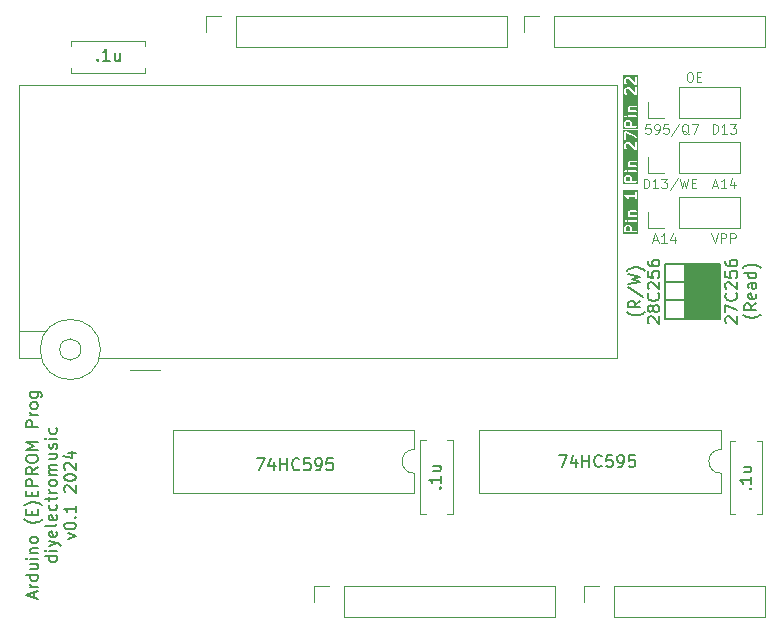
<source format=gbr>
%TF.GenerationSoftware,KiCad,Pcbnew,7.0.9*%
%TF.CreationDate,2024-01-02T14:05:00+00:00*%
%TF.ProjectId,ArduinoEEPROMProg,41726475-696e-46f4-9545-50524f4d5072,rev?*%
%TF.SameCoordinates,Original*%
%TF.FileFunction,Legend,Top*%
%TF.FilePolarity,Positive*%
%FSLAX46Y46*%
G04 Gerber Fmt 4.6, Leading zero omitted, Abs format (unit mm)*
G04 Created by KiCad (PCBNEW 7.0.9) date 2024-01-02 14:05:00*
%MOMM*%
%LPD*%
G01*
G04 APERTURE LIST*
%ADD10C,0.150000*%
%ADD11C,0.100000*%
%ADD12C,0.120000*%
G04 APERTURE END LIST*
D10*
X102964104Y-97178095D02*
X102964104Y-96701905D01*
X103249819Y-97273333D02*
X102249819Y-96940000D01*
X102249819Y-96940000D02*
X103249819Y-96606667D01*
X103249819Y-96273333D02*
X102583152Y-96273333D01*
X102773628Y-96273333D02*
X102678390Y-96225714D01*
X102678390Y-96225714D02*
X102630771Y-96178095D01*
X102630771Y-96178095D02*
X102583152Y-96082857D01*
X102583152Y-96082857D02*
X102583152Y-95987619D01*
X103249819Y-95225714D02*
X102249819Y-95225714D01*
X103202200Y-95225714D02*
X103249819Y-95320952D01*
X103249819Y-95320952D02*
X103249819Y-95511428D01*
X103249819Y-95511428D02*
X103202200Y-95606666D01*
X103202200Y-95606666D02*
X103154580Y-95654285D01*
X103154580Y-95654285D02*
X103059342Y-95701904D01*
X103059342Y-95701904D02*
X102773628Y-95701904D01*
X102773628Y-95701904D02*
X102678390Y-95654285D01*
X102678390Y-95654285D02*
X102630771Y-95606666D01*
X102630771Y-95606666D02*
X102583152Y-95511428D01*
X102583152Y-95511428D02*
X102583152Y-95320952D01*
X102583152Y-95320952D02*
X102630771Y-95225714D01*
X102583152Y-94320952D02*
X103249819Y-94320952D01*
X102583152Y-94749523D02*
X103106961Y-94749523D01*
X103106961Y-94749523D02*
X103202200Y-94701904D01*
X103202200Y-94701904D02*
X103249819Y-94606666D01*
X103249819Y-94606666D02*
X103249819Y-94463809D01*
X103249819Y-94463809D02*
X103202200Y-94368571D01*
X103202200Y-94368571D02*
X103154580Y-94320952D01*
X103249819Y-93844761D02*
X102583152Y-93844761D01*
X102249819Y-93844761D02*
X102297438Y-93892380D01*
X102297438Y-93892380D02*
X102345057Y-93844761D01*
X102345057Y-93844761D02*
X102297438Y-93797142D01*
X102297438Y-93797142D02*
X102249819Y-93844761D01*
X102249819Y-93844761D02*
X102345057Y-93844761D01*
X102583152Y-93368571D02*
X103249819Y-93368571D01*
X102678390Y-93368571D02*
X102630771Y-93320952D01*
X102630771Y-93320952D02*
X102583152Y-93225714D01*
X102583152Y-93225714D02*
X102583152Y-93082857D01*
X102583152Y-93082857D02*
X102630771Y-92987619D01*
X102630771Y-92987619D02*
X102726009Y-92940000D01*
X102726009Y-92940000D02*
X103249819Y-92940000D01*
X103249819Y-92320952D02*
X103202200Y-92416190D01*
X103202200Y-92416190D02*
X103154580Y-92463809D01*
X103154580Y-92463809D02*
X103059342Y-92511428D01*
X103059342Y-92511428D02*
X102773628Y-92511428D01*
X102773628Y-92511428D02*
X102678390Y-92463809D01*
X102678390Y-92463809D02*
X102630771Y-92416190D01*
X102630771Y-92416190D02*
X102583152Y-92320952D01*
X102583152Y-92320952D02*
X102583152Y-92178095D01*
X102583152Y-92178095D02*
X102630771Y-92082857D01*
X102630771Y-92082857D02*
X102678390Y-92035238D01*
X102678390Y-92035238D02*
X102773628Y-91987619D01*
X102773628Y-91987619D02*
X103059342Y-91987619D01*
X103059342Y-91987619D02*
X103154580Y-92035238D01*
X103154580Y-92035238D02*
X103202200Y-92082857D01*
X103202200Y-92082857D02*
X103249819Y-92178095D01*
X103249819Y-92178095D02*
X103249819Y-92320952D01*
X103630771Y-90511428D02*
X103583152Y-90559047D01*
X103583152Y-90559047D02*
X103440295Y-90654285D01*
X103440295Y-90654285D02*
X103345057Y-90701904D01*
X103345057Y-90701904D02*
X103202200Y-90749523D01*
X103202200Y-90749523D02*
X102964104Y-90797142D01*
X102964104Y-90797142D02*
X102773628Y-90797142D01*
X102773628Y-90797142D02*
X102535533Y-90749523D01*
X102535533Y-90749523D02*
X102392676Y-90701904D01*
X102392676Y-90701904D02*
X102297438Y-90654285D01*
X102297438Y-90654285D02*
X102154580Y-90559047D01*
X102154580Y-90559047D02*
X102106961Y-90511428D01*
X102726009Y-90130475D02*
X102726009Y-89797142D01*
X103249819Y-89654285D02*
X103249819Y-90130475D01*
X103249819Y-90130475D02*
X102249819Y-90130475D01*
X102249819Y-90130475D02*
X102249819Y-89654285D01*
X103630771Y-89320951D02*
X103583152Y-89273332D01*
X103583152Y-89273332D02*
X103440295Y-89178094D01*
X103440295Y-89178094D02*
X103345057Y-89130475D01*
X103345057Y-89130475D02*
X103202200Y-89082856D01*
X103202200Y-89082856D02*
X102964104Y-89035237D01*
X102964104Y-89035237D02*
X102773628Y-89035237D01*
X102773628Y-89035237D02*
X102535533Y-89082856D01*
X102535533Y-89082856D02*
X102392676Y-89130475D01*
X102392676Y-89130475D02*
X102297438Y-89178094D01*
X102297438Y-89178094D02*
X102154580Y-89273332D01*
X102154580Y-89273332D02*
X102106961Y-89320951D01*
X102726009Y-88559046D02*
X102726009Y-88225713D01*
X103249819Y-88082856D02*
X103249819Y-88559046D01*
X103249819Y-88559046D02*
X102249819Y-88559046D01*
X102249819Y-88559046D02*
X102249819Y-88082856D01*
X103249819Y-87654284D02*
X102249819Y-87654284D01*
X102249819Y-87654284D02*
X102249819Y-87273332D01*
X102249819Y-87273332D02*
X102297438Y-87178094D01*
X102297438Y-87178094D02*
X102345057Y-87130475D01*
X102345057Y-87130475D02*
X102440295Y-87082856D01*
X102440295Y-87082856D02*
X102583152Y-87082856D01*
X102583152Y-87082856D02*
X102678390Y-87130475D01*
X102678390Y-87130475D02*
X102726009Y-87178094D01*
X102726009Y-87178094D02*
X102773628Y-87273332D01*
X102773628Y-87273332D02*
X102773628Y-87654284D01*
X103249819Y-86082856D02*
X102773628Y-86416189D01*
X103249819Y-86654284D02*
X102249819Y-86654284D01*
X102249819Y-86654284D02*
X102249819Y-86273332D01*
X102249819Y-86273332D02*
X102297438Y-86178094D01*
X102297438Y-86178094D02*
X102345057Y-86130475D01*
X102345057Y-86130475D02*
X102440295Y-86082856D01*
X102440295Y-86082856D02*
X102583152Y-86082856D01*
X102583152Y-86082856D02*
X102678390Y-86130475D01*
X102678390Y-86130475D02*
X102726009Y-86178094D01*
X102726009Y-86178094D02*
X102773628Y-86273332D01*
X102773628Y-86273332D02*
X102773628Y-86654284D01*
X102249819Y-85463808D02*
X102249819Y-85273332D01*
X102249819Y-85273332D02*
X102297438Y-85178094D01*
X102297438Y-85178094D02*
X102392676Y-85082856D01*
X102392676Y-85082856D02*
X102583152Y-85035237D01*
X102583152Y-85035237D02*
X102916485Y-85035237D01*
X102916485Y-85035237D02*
X103106961Y-85082856D01*
X103106961Y-85082856D02*
X103202200Y-85178094D01*
X103202200Y-85178094D02*
X103249819Y-85273332D01*
X103249819Y-85273332D02*
X103249819Y-85463808D01*
X103249819Y-85463808D02*
X103202200Y-85559046D01*
X103202200Y-85559046D02*
X103106961Y-85654284D01*
X103106961Y-85654284D02*
X102916485Y-85701903D01*
X102916485Y-85701903D02*
X102583152Y-85701903D01*
X102583152Y-85701903D02*
X102392676Y-85654284D01*
X102392676Y-85654284D02*
X102297438Y-85559046D01*
X102297438Y-85559046D02*
X102249819Y-85463808D01*
X103249819Y-84606665D02*
X102249819Y-84606665D01*
X102249819Y-84606665D02*
X102964104Y-84273332D01*
X102964104Y-84273332D02*
X102249819Y-83939999D01*
X102249819Y-83939999D02*
X103249819Y-83939999D01*
X103249819Y-82701903D02*
X102249819Y-82701903D01*
X102249819Y-82701903D02*
X102249819Y-82320951D01*
X102249819Y-82320951D02*
X102297438Y-82225713D01*
X102297438Y-82225713D02*
X102345057Y-82178094D01*
X102345057Y-82178094D02*
X102440295Y-82130475D01*
X102440295Y-82130475D02*
X102583152Y-82130475D01*
X102583152Y-82130475D02*
X102678390Y-82178094D01*
X102678390Y-82178094D02*
X102726009Y-82225713D01*
X102726009Y-82225713D02*
X102773628Y-82320951D01*
X102773628Y-82320951D02*
X102773628Y-82701903D01*
X103249819Y-81701903D02*
X102583152Y-81701903D01*
X102773628Y-81701903D02*
X102678390Y-81654284D01*
X102678390Y-81654284D02*
X102630771Y-81606665D01*
X102630771Y-81606665D02*
X102583152Y-81511427D01*
X102583152Y-81511427D02*
X102583152Y-81416189D01*
X103249819Y-80939998D02*
X103202200Y-81035236D01*
X103202200Y-81035236D02*
X103154580Y-81082855D01*
X103154580Y-81082855D02*
X103059342Y-81130474D01*
X103059342Y-81130474D02*
X102773628Y-81130474D01*
X102773628Y-81130474D02*
X102678390Y-81082855D01*
X102678390Y-81082855D02*
X102630771Y-81035236D01*
X102630771Y-81035236D02*
X102583152Y-80939998D01*
X102583152Y-80939998D02*
X102583152Y-80797141D01*
X102583152Y-80797141D02*
X102630771Y-80701903D01*
X102630771Y-80701903D02*
X102678390Y-80654284D01*
X102678390Y-80654284D02*
X102773628Y-80606665D01*
X102773628Y-80606665D02*
X103059342Y-80606665D01*
X103059342Y-80606665D02*
X103154580Y-80654284D01*
X103154580Y-80654284D02*
X103202200Y-80701903D01*
X103202200Y-80701903D02*
X103249819Y-80797141D01*
X103249819Y-80797141D02*
X103249819Y-80939998D01*
X102583152Y-79749522D02*
X103392676Y-79749522D01*
X103392676Y-79749522D02*
X103487914Y-79797141D01*
X103487914Y-79797141D02*
X103535533Y-79844760D01*
X103535533Y-79844760D02*
X103583152Y-79939998D01*
X103583152Y-79939998D02*
X103583152Y-80082855D01*
X103583152Y-80082855D02*
X103535533Y-80178093D01*
X103202200Y-79749522D02*
X103249819Y-79844760D01*
X103249819Y-79844760D02*
X103249819Y-80035236D01*
X103249819Y-80035236D02*
X103202200Y-80130474D01*
X103202200Y-80130474D02*
X103154580Y-80178093D01*
X103154580Y-80178093D02*
X103059342Y-80225712D01*
X103059342Y-80225712D02*
X102773628Y-80225712D01*
X102773628Y-80225712D02*
X102678390Y-80178093D01*
X102678390Y-80178093D02*
X102630771Y-80130474D01*
X102630771Y-80130474D02*
X102583152Y-80035236D01*
X102583152Y-80035236D02*
X102583152Y-79844760D01*
X102583152Y-79844760D02*
X102630771Y-79749522D01*
X104859819Y-93630476D02*
X103859819Y-93630476D01*
X104812200Y-93630476D02*
X104859819Y-93725714D01*
X104859819Y-93725714D02*
X104859819Y-93916190D01*
X104859819Y-93916190D02*
X104812200Y-94011428D01*
X104812200Y-94011428D02*
X104764580Y-94059047D01*
X104764580Y-94059047D02*
X104669342Y-94106666D01*
X104669342Y-94106666D02*
X104383628Y-94106666D01*
X104383628Y-94106666D02*
X104288390Y-94059047D01*
X104288390Y-94059047D02*
X104240771Y-94011428D01*
X104240771Y-94011428D02*
X104193152Y-93916190D01*
X104193152Y-93916190D02*
X104193152Y-93725714D01*
X104193152Y-93725714D02*
X104240771Y-93630476D01*
X104859819Y-93154285D02*
X104193152Y-93154285D01*
X103859819Y-93154285D02*
X103907438Y-93201904D01*
X103907438Y-93201904D02*
X103955057Y-93154285D01*
X103955057Y-93154285D02*
X103907438Y-93106666D01*
X103907438Y-93106666D02*
X103859819Y-93154285D01*
X103859819Y-93154285D02*
X103955057Y-93154285D01*
X104193152Y-92773333D02*
X104859819Y-92535238D01*
X104193152Y-92297143D02*
X104859819Y-92535238D01*
X104859819Y-92535238D02*
X105097914Y-92630476D01*
X105097914Y-92630476D02*
X105145533Y-92678095D01*
X105145533Y-92678095D02*
X105193152Y-92773333D01*
X104812200Y-91535238D02*
X104859819Y-91630476D01*
X104859819Y-91630476D02*
X104859819Y-91820952D01*
X104859819Y-91820952D02*
X104812200Y-91916190D01*
X104812200Y-91916190D02*
X104716961Y-91963809D01*
X104716961Y-91963809D02*
X104336009Y-91963809D01*
X104336009Y-91963809D02*
X104240771Y-91916190D01*
X104240771Y-91916190D02*
X104193152Y-91820952D01*
X104193152Y-91820952D02*
X104193152Y-91630476D01*
X104193152Y-91630476D02*
X104240771Y-91535238D01*
X104240771Y-91535238D02*
X104336009Y-91487619D01*
X104336009Y-91487619D02*
X104431247Y-91487619D01*
X104431247Y-91487619D02*
X104526485Y-91963809D01*
X104859819Y-90916190D02*
X104812200Y-91011428D01*
X104812200Y-91011428D02*
X104716961Y-91059047D01*
X104716961Y-91059047D02*
X103859819Y-91059047D01*
X104812200Y-90154285D02*
X104859819Y-90249523D01*
X104859819Y-90249523D02*
X104859819Y-90439999D01*
X104859819Y-90439999D02*
X104812200Y-90535237D01*
X104812200Y-90535237D02*
X104716961Y-90582856D01*
X104716961Y-90582856D02*
X104336009Y-90582856D01*
X104336009Y-90582856D02*
X104240771Y-90535237D01*
X104240771Y-90535237D02*
X104193152Y-90439999D01*
X104193152Y-90439999D02*
X104193152Y-90249523D01*
X104193152Y-90249523D02*
X104240771Y-90154285D01*
X104240771Y-90154285D02*
X104336009Y-90106666D01*
X104336009Y-90106666D02*
X104431247Y-90106666D01*
X104431247Y-90106666D02*
X104526485Y-90582856D01*
X104812200Y-89249523D02*
X104859819Y-89344761D01*
X104859819Y-89344761D02*
X104859819Y-89535237D01*
X104859819Y-89535237D02*
X104812200Y-89630475D01*
X104812200Y-89630475D02*
X104764580Y-89678094D01*
X104764580Y-89678094D02*
X104669342Y-89725713D01*
X104669342Y-89725713D02*
X104383628Y-89725713D01*
X104383628Y-89725713D02*
X104288390Y-89678094D01*
X104288390Y-89678094D02*
X104240771Y-89630475D01*
X104240771Y-89630475D02*
X104193152Y-89535237D01*
X104193152Y-89535237D02*
X104193152Y-89344761D01*
X104193152Y-89344761D02*
X104240771Y-89249523D01*
X104193152Y-88963808D02*
X104193152Y-88582856D01*
X103859819Y-88820951D02*
X104716961Y-88820951D01*
X104716961Y-88820951D02*
X104812200Y-88773332D01*
X104812200Y-88773332D02*
X104859819Y-88678094D01*
X104859819Y-88678094D02*
X104859819Y-88582856D01*
X104859819Y-88249522D02*
X104193152Y-88249522D01*
X104383628Y-88249522D02*
X104288390Y-88201903D01*
X104288390Y-88201903D02*
X104240771Y-88154284D01*
X104240771Y-88154284D02*
X104193152Y-88059046D01*
X104193152Y-88059046D02*
X104193152Y-87963808D01*
X104859819Y-87487617D02*
X104812200Y-87582855D01*
X104812200Y-87582855D02*
X104764580Y-87630474D01*
X104764580Y-87630474D02*
X104669342Y-87678093D01*
X104669342Y-87678093D02*
X104383628Y-87678093D01*
X104383628Y-87678093D02*
X104288390Y-87630474D01*
X104288390Y-87630474D02*
X104240771Y-87582855D01*
X104240771Y-87582855D02*
X104193152Y-87487617D01*
X104193152Y-87487617D02*
X104193152Y-87344760D01*
X104193152Y-87344760D02*
X104240771Y-87249522D01*
X104240771Y-87249522D02*
X104288390Y-87201903D01*
X104288390Y-87201903D02*
X104383628Y-87154284D01*
X104383628Y-87154284D02*
X104669342Y-87154284D01*
X104669342Y-87154284D02*
X104764580Y-87201903D01*
X104764580Y-87201903D02*
X104812200Y-87249522D01*
X104812200Y-87249522D02*
X104859819Y-87344760D01*
X104859819Y-87344760D02*
X104859819Y-87487617D01*
X104859819Y-86725712D02*
X104193152Y-86725712D01*
X104288390Y-86725712D02*
X104240771Y-86678093D01*
X104240771Y-86678093D02*
X104193152Y-86582855D01*
X104193152Y-86582855D02*
X104193152Y-86439998D01*
X104193152Y-86439998D02*
X104240771Y-86344760D01*
X104240771Y-86344760D02*
X104336009Y-86297141D01*
X104336009Y-86297141D02*
X104859819Y-86297141D01*
X104336009Y-86297141D02*
X104240771Y-86249522D01*
X104240771Y-86249522D02*
X104193152Y-86154284D01*
X104193152Y-86154284D02*
X104193152Y-86011427D01*
X104193152Y-86011427D02*
X104240771Y-85916188D01*
X104240771Y-85916188D02*
X104336009Y-85868569D01*
X104336009Y-85868569D02*
X104859819Y-85868569D01*
X104193152Y-84963808D02*
X104859819Y-84963808D01*
X104193152Y-85392379D02*
X104716961Y-85392379D01*
X104716961Y-85392379D02*
X104812200Y-85344760D01*
X104812200Y-85344760D02*
X104859819Y-85249522D01*
X104859819Y-85249522D02*
X104859819Y-85106665D01*
X104859819Y-85106665D02*
X104812200Y-85011427D01*
X104812200Y-85011427D02*
X104764580Y-84963808D01*
X104812200Y-84535236D02*
X104859819Y-84439998D01*
X104859819Y-84439998D02*
X104859819Y-84249522D01*
X104859819Y-84249522D02*
X104812200Y-84154284D01*
X104812200Y-84154284D02*
X104716961Y-84106665D01*
X104716961Y-84106665D02*
X104669342Y-84106665D01*
X104669342Y-84106665D02*
X104574104Y-84154284D01*
X104574104Y-84154284D02*
X104526485Y-84249522D01*
X104526485Y-84249522D02*
X104526485Y-84392379D01*
X104526485Y-84392379D02*
X104478866Y-84487617D01*
X104478866Y-84487617D02*
X104383628Y-84535236D01*
X104383628Y-84535236D02*
X104336009Y-84535236D01*
X104336009Y-84535236D02*
X104240771Y-84487617D01*
X104240771Y-84487617D02*
X104193152Y-84392379D01*
X104193152Y-84392379D02*
X104193152Y-84249522D01*
X104193152Y-84249522D02*
X104240771Y-84154284D01*
X104859819Y-83678093D02*
X104193152Y-83678093D01*
X103859819Y-83678093D02*
X103907438Y-83725712D01*
X103907438Y-83725712D02*
X103955057Y-83678093D01*
X103955057Y-83678093D02*
X103907438Y-83630474D01*
X103907438Y-83630474D02*
X103859819Y-83678093D01*
X103859819Y-83678093D02*
X103955057Y-83678093D01*
X104812200Y-82773332D02*
X104859819Y-82868570D01*
X104859819Y-82868570D02*
X104859819Y-83059046D01*
X104859819Y-83059046D02*
X104812200Y-83154284D01*
X104812200Y-83154284D02*
X104764580Y-83201903D01*
X104764580Y-83201903D02*
X104669342Y-83249522D01*
X104669342Y-83249522D02*
X104383628Y-83249522D01*
X104383628Y-83249522D02*
X104288390Y-83201903D01*
X104288390Y-83201903D02*
X104240771Y-83154284D01*
X104240771Y-83154284D02*
X104193152Y-83059046D01*
X104193152Y-83059046D02*
X104193152Y-82868570D01*
X104193152Y-82868570D02*
X104240771Y-82773332D01*
X105803152Y-92154285D02*
X106469819Y-91916190D01*
X106469819Y-91916190D02*
X105803152Y-91678095D01*
X105469819Y-91106666D02*
X105469819Y-91011428D01*
X105469819Y-91011428D02*
X105517438Y-90916190D01*
X105517438Y-90916190D02*
X105565057Y-90868571D01*
X105565057Y-90868571D02*
X105660295Y-90820952D01*
X105660295Y-90820952D02*
X105850771Y-90773333D01*
X105850771Y-90773333D02*
X106088866Y-90773333D01*
X106088866Y-90773333D02*
X106279342Y-90820952D01*
X106279342Y-90820952D02*
X106374580Y-90868571D01*
X106374580Y-90868571D02*
X106422200Y-90916190D01*
X106422200Y-90916190D02*
X106469819Y-91011428D01*
X106469819Y-91011428D02*
X106469819Y-91106666D01*
X106469819Y-91106666D02*
X106422200Y-91201904D01*
X106422200Y-91201904D02*
X106374580Y-91249523D01*
X106374580Y-91249523D02*
X106279342Y-91297142D01*
X106279342Y-91297142D02*
X106088866Y-91344761D01*
X106088866Y-91344761D02*
X105850771Y-91344761D01*
X105850771Y-91344761D02*
X105660295Y-91297142D01*
X105660295Y-91297142D02*
X105565057Y-91249523D01*
X105565057Y-91249523D02*
X105517438Y-91201904D01*
X105517438Y-91201904D02*
X105469819Y-91106666D01*
X106374580Y-90344761D02*
X106422200Y-90297142D01*
X106422200Y-90297142D02*
X106469819Y-90344761D01*
X106469819Y-90344761D02*
X106422200Y-90392380D01*
X106422200Y-90392380D02*
X106374580Y-90344761D01*
X106374580Y-90344761D02*
X106469819Y-90344761D01*
X106469819Y-89344762D02*
X106469819Y-89916190D01*
X106469819Y-89630476D02*
X105469819Y-89630476D01*
X105469819Y-89630476D02*
X105612676Y-89725714D01*
X105612676Y-89725714D02*
X105707914Y-89820952D01*
X105707914Y-89820952D02*
X105755533Y-89916190D01*
X105565057Y-88201904D02*
X105517438Y-88154285D01*
X105517438Y-88154285D02*
X105469819Y-88059047D01*
X105469819Y-88059047D02*
X105469819Y-87820952D01*
X105469819Y-87820952D02*
X105517438Y-87725714D01*
X105517438Y-87725714D02*
X105565057Y-87678095D01*
X105565057Y-87678095D02*
X105660295Y-87630476D01*
X105660295Y-87630476D02*
X105755533Y-87630476D01*
X105755533Y-87630476D02*
X105898390Y-87678095D01*
X105898390Y-87678095D02*
X106469819Y-88249523D01*
X106469819Y-88249523D02*
X106469819Y-87630476D01*
X105469819Y-87011428D02*
X105469819Y-86916190D01*
X105469819Y-86916190D02*
X105517438Y-86820952D01*
X105517438Y-86820952D02*
X105565057Y-86773333D01*
X105565057Y-86773333D02*
X105660295Y-86725714D01*
X105660295Y-86725714D02*
X105850771Y-86678095D01*
X105850771Y-86678095D02*
X106088866Y-86678095D01*
X106088866Y-86678095D02*
X106279342Y-86725714D01*
X106279342Y-86725714D02*
X106374580Y-86773333D01*
X106374580Y-86773333D02*
X106422200Y-86820952D01*
X106422200Y-86820952D02*
X106469819Y-86916190D01*
X106469819Y-86916190D02*
X106469819Y-87011428D01*
X106469819Y-87011428D02*
X106422200Y-87106666D01*
X106422200Y-87106666D02*
X106374580Y-87154285D01*
X106374580Y-87154285D02*
X106279342Y-87201904D01*
X106279342Y-87201904D02*
X106088866Y-87249523D01*
X106088866Y-87249523D02*
X105850771Y-87249523D01*
X105850771Y-87249523D02*
X105660295Y-87201904D01*
X105660295Y-87201904D02*
X105565057Y-87154285D01*
X105565057Y-87154285D02*
X105517438Y-87106666D01*
X105517438Y-87106666D02*
X105469819Y-87011428D01*
X105565057Y-86297142D02*
X105517438Y-86249523D01*
X105517438Y-86249523D02*
X105469819Y-86154285D01*
X105469819Y-86154285D02*
X105469819Y-85916190D01*
X105469819Y-85916190D02*
X105517438Y-85820952D01*
X105517438Y-85820952D02*
X105565057Y-85773333D01*
X105565057Y-85773333D02*
X105660295Y-85725714D01*
X105660295Y-85725714D02*
X105755533Y-85725714D01*
X105755533Y-85725714D02*
X105898390Y-85773333D01*
X105898390Y-85773333D02*
X106469819Y-86344761D01*
X106469819Y-86344761D02*
X106469819Y-85725714D01*
X105803152Y-84868571D02*
X106469819Y-84868571D01*
X105422200Y-85106666D02*
X106136485Y-85344761D01*
X106136485Y-85344761D02*
X106136485Y-84725714D01*
D11*
X158371905Y-52656895D02*
X158524286Y-52656895D01*
X158524286Y-52656895D02*
X158600476Y-52694990D01*
X158600476Y-52694990D02*
X158676667Y-52771180D01*
X158676667Y-52771180D02*
X158714762Y-52923561D01*
X158714762Y-52923561D02*
X158714762Y-53190228D01*
X158714762Y-53190228D02*
X158676667Y-53342609D01*
X158676667Y-53342609D02*
X158600476Y-53418800D01*
X158600476Y-53418800D02*
X158524286Y-53456895D01*
X158524286Y-53456895D02*
X158371905Y-53456895D01*
X158371905Y-53456895D02*
X158295714Y-53418800D01*
X158295714Y-53418800D02*
X158219524Y-53342609D01*
X158219524Y-53342609D02*
X158181428Y-53190228D01*
X158181428Y-53190228D02*
X158181428Y-52923561D01*
X158181428Y-52923561D02*
X158219524Y-52771180D01*
X158219524Y-52771180D02*
X158295714Y-52694990D01*
X158295714Y-52694990D02*
X158371905Y-52656895D01*
X159057619Y-53037847D02*
X159324285Y-53037847D01*
X159438571Y-53456895D02*
X159057619Y-53456895D01*
X159057619Y-53456895D02*
X159057619Y-52656895D01*
X159057619Y-52656895D02*
X159438571Y-52656895D01*
X160397618Y-62238323D02*
X160778571Y-62238323D01*
X160321428Y-62466895D02*
X160588095Y-61666895D01*
X160588095Y-61666895D02*
X160854761Y-62466895D01*
X161540475Y-62466895D02*
X161083332Y-62466895D01*
X161311904Y-62466895D02*
X161311904Y-61666895D01*
X161311904Y-61666895D02*
X161235713Y-61781180D01*
X161235713Y-61781180D02*
X161159523Y-61857371D01*
X161159523Y-61857371D02*
X161083332Y-61895466D01*
X162226190Y-61933561D02*
X162226190Y-62466895D01*
X162035714Y-61628800D02*
X161845237Y-62200228D01*
X161845237Y-62200228D02*
X162340476Y-62200228D01*
X154546265Y-62466895D02*
X154546265Y-61666895D01*
X154546265Y-61666895D02*
X154736741Y-61666895D01*
X154736741Y-61666895D02*
X154851027Y-61704990D01*
X154851027Y-61704990D02*
X154927217Y-61781180D01*
X154927217Y-61781180D02*
X154965312Y-61857371D01*
X154965312Y-61857371D02*
X155003408Y-62009752D01*
X155003408Y-62009752D02*
X155003408Y-62124038D01*
X155003408Y-62124038D02*
X154965312Y-62276419D01*
X154965312Y-62276419D02*
X154927217Y-62352609D01*
X154927217Y-62352609D02*
X154851027Y-62428800D01*
X154851027Y-62428800D02*
X154736741Y-62466895D01*
X154736741Y-62466895D02*
X154546265Y-62466895D01*
X155765312Y-62466895D02*
X155308169Y-62466895D01*
X155536741Y-62466895D02*
X155536741Y-61666895D01*
X155536741Y-61666895D02*
X155460550Y-61781180D01*
X155460550Y-61781180D02*
X155384360Y-61857371D01*
X155384360Y-61857371D02*
X155308169Y-61895466D01*
X156031979Y-61666895D02*
X156527217Y-61666895D01*
X156527217Y-61666895D02*
X156260551Y-61971657D01*
X156260551Y-61971657D02*
X156374836Y-61971657D01*
X156374836Y-61971657D02*
X156451027Y-62009752D01*
X156451027Y-62009752D02*
X156489122Y-62047847D01*
X156489122Y-62047847D02*
X156527217Y-62124038D01*
X156527217Y-62124038D02*
X156527217Y-62314514D01*
X156527217Y-62314514D02*
X156489122Y-62390704D01*
X156489122Y-62390704D02*
X156451027Y-62428800D01*
X156451027Y-62428800D02*
X156374836Y-62466895D01*
X156374836Y-62466895D02*
X156146265Y-62466895D01*
X156146265Y-62466895D02*
X156070074Y-62428800D01*
X156070074Y-62428800D02*
X156031979Y-62390704D01*
X157441503Y-61628800D02*
X156755789Y-62657371D01*
X157631979Y-61666895D02*
X157822455Y-62466895D01*
X157822455Y-62466895D02*
X157974836Y-61895466D01*
X157974836Y-61895466D02*
X158127217Y-62466895D01*
X158127217Y-62466895D02*
X158317694Y-61666895D01*
X158622456Y-62047847D02*
X158889122Y-62047847D01*
X159003408Y-62466895D02*
X158622456Y-62466895D01*
X158622456Y-62466895D02*
X158622456Y-61666895D01*
X158622456Y-61666895D02*
X159003408Y-61666895D01*
X155097217Y-57036895D02*
X154716265Y-57036895D01*
X154716265Y-57036895D02*
X154678169Y-57417847D01*
X154678169Y-57417847D02*
X154716265Y-57379752D01*
X154716265Y-57379752D02*
X154792455Y-57341657D01*
X154792455Y-57341657D02*
X154982931Y-57341657D01*
X154982931Y-57341657D02*
X155059122Y-57379752D01*
X155059122Y-57379752D02*
X155097217Y-57417847D01*
X155097217Y-57417847D02*
X155135312Y-57494038D01*
X155135312Y-57494038D02*
X155135312Y-57684514D01*
X155135312Y-57684514D02*
X155097217Y-57760704D01*
X155097217Y-57760704D02*
X155059122Y-57798800D01*
X155059122Y-57798800D02*
X154982931Y-57836895D01*
X154982931Y-57836895D02*
X154792455Y-57836895D01*
X154792455Y-57836895D02*
X154716265Y-57798800D01*
X154716265Y-57798800D02*
X154678169Y-57760704D01*
X155516265Y-57836895D02*
X155668646Y-57836895D01*
X155668646Y-57836895D02*
X155744836Y-57798800D01*
X155744836Y-57798800D02*
X155782932Y-57760704D01*
X155782932Y-57760704D02*
X155859122Y-57646419D01*
X155859122Y-57646419D02*
X155897217Y-57494038D01*
X155897217Y-57494038D02*
X155897217Y-57189276D01*
X155897217Y-57189276D02*
X155859122Y-57113085D01*
X155859122Y-57113085D02*
X155821027Y-57074990D01*
X155821027Y-57074990D02*
X155744836Y-57036895D01*
X155744836Y-57036895D02*
X155592455Y-57036895D01*
X155592455Y-57036895D02*
X155516265Y-57074990D01*
X155516265Y-57074990D02*
X155478170Y-57113085D01*
X155478170Y-57113085D02*
X155440074Y-57189276D01*
X155440074Y-57189276D02*
X155440074Y-57379752D01*
X155440074Y-57379752D02*
X155478170Y-57455942D01*
X155478170Y-57455942D02*
X155516265Y-57494038D01*
X155516265Y-57494038D02*
X155592455Y-57532133D01*
X155592455Y-57532133D02*
X155744836Y-57532133D01*
X155744836Y-57532133D02*
X155821027Y-57494038D01*
X155821027Y-57494038D02*
X155859122Y-57455942D01*
X155859122Y-57455942D02*
X155897217Y-57379752D01*
X156621027Y-57036895D02*
X156240075Y-57036895D01*
X156240075Y-57036895D02*
X156201979Y-57417847D01*
X156201979Y-57417847D02*
X156240075Y-57379752D01*
X156240075Y-57379752D02*
X156316265Y-57341657D01*
X156316265Y-57341657D02*
X156506741Y-57341657D01*
X156506741Y-57341657D02*
X156582932Y-57379752D01*
X156582932Y-57379752D02*
X156621027Y-57417847D01*
X156621027Y-57417847D02*
X156659122Y-57494038D01*
X156659122Y-57494038D02*
X156659122Y-57684514D01*
X156659122Y-57684514D02*
X156621027Y-57760704D01*
X156621027Y-57760704D02*
X156582932Y-57798800D01*
X156582932Y-57798800D02*
X156506741Y-57836895D01*
X156506741Y-57836895D02*
X156316265Y-57836895D01*
X156316265Y-57836895D02*
X156240075Y-57798800D01*
X156240075Y-57798800D02*
X156201979Y-57760704D01*
X157573408Y-56998800D02*
X156887694Y-58027371D01*
X158373408Y-57913085D02*
X158297218Y-57874990D01*
X158297218Y-57874990D02*
X158221027Y-57798800D01*
X158221027Y-57798800D02*
X158106741Y-57684514D01*
X158106741Y-57684514D02*
X158030551Y-57646419D01*
X158030551Y-57646419D02*
X157954360Y-57646419D01*
X157992456Y-57836895D02*
X157916265Y-57798800D01*
X157916265Y-57798800D02*
X157840075Y-57722609D01*
X157840075Y-57722609D02*
X157801979Y-57570228D01*
X157801979Y-57570228D02*
X157801979Y-57303561D01*
X157801979Y-57303561D02*
X157840075Y-57151180D01*
X157840075Y-57151180D02*
X157916265Y-57074990D01*
X157916265Y-57074990D02*
X157992456Y-57036895D01*
X157992456Y-57036895D02*
X158144837Y-57036895D01*
X158144837Y-57036895D02*
X158221027Y-57074990D01*
X158221027Y-57074990D02*
X158297218Y-57151180D01*
X158297218Y-57151180D02*
X158335313Y-57303561D01*
X158335313Y-57303561D02*
X158335313Y-57570228D01*
X158335313Y-57570228D02*
X158297218Y-57722609D01*
X158297218Y-57722609D02*
X158221027Y-57798800D01*
X158221027Y-57798800D02*
X158144837Y-57836895D01*
X158144837Y-57836895D02*
X157992456Y-57836895D01*
X158601979Y-57036895D02*
X159135313Y-57036895D01*
X159135313Y-57036895D02*
X158792455Y-57836895D01*
X160378571Y-57836895D02*
X160378571Y-57036895D01*
X160378571Y-57036895D02*
X160569047Y-57036895D01*
X160569047Y-57036895D02*
X160683333Y-57074990D01*
X160683333Y-57074990D02*
X160759523Y-57151180D01*
X160759523Y-57151180D02*
X160797618Y-57227371D01*
X160797618Y-57227371D02*
X160835714Y-57379752D01*
X160835714Y-57379752D02*
X160835714Y-57494038D01*
X160835714Y-57494038D02*
X160797618Y-57646419D01*
X160797618Y-57646419D02*
X160759523Y-57722609D01*
X160759523Y-57722609D02*
X160683333Y-57798800D01*
X160683333Y-57798800D02*
X160569047Y-57836895D01*
X160569047Y-57836895D02*
X160378571Y-57836895D01*
X161597618Y-57836895D02*
X161140475Y-57836895D01*
X161369047Y-57836895D02*
X161369047Y-57036895D01*
X161369047Y-57036895D02*
X161292856Y-57151180D01*
X161292856Y-57151180D02*
X161216666Y-57227371D01*
X161216666Y-57227371D02*
X161140475Y-57265466D01*
X161864285Y-57036895D02*
X162359523Y-57036895D01*
X162359523Y-57036895D02*
X162092857Y-57341657D01*
X162092857Y-57341657D02*
X162207142Y-57341657D01*
X162207142Y-57341657D02*
X162283333Y-57379752D01*
X162283333Y-57379752D02*
X162321428Y-57417847D01*
X162321428Y-57417847D02*
X162359523Y-57494038D01*
X162359523Y-57494038D02*
X162359523Y-57684514D01*
X162359523Y-57684514D02*
X162321428Y-57760704D01*
X162321428Y-57760704D02*
X162283333Y-57798800D01*
X162283333Y-57798800D02*
X162207142Y-57836895D01*
X162207142Y-57836895D02*
X161978571Y-57836895D01*
X161978571Y-57836895D02*
X161902380Y-57798800D01*
X161902380Y-57798800D02*
X161864285Y-57760704D01*
X160283333Y-66296895D02*
X160550000Y-67096895D01*
X160550000Y-67096895D02*
X160816666Y-66296895D01*
X161083333Y-67096895D02*
X161083333Y-66296895D01*
X161083333Y-66296895D02*
X161388095Y-66296895D01*
X161388095Y-66296895D02*
X161464285Y-66334990D01*
X161464285Y-66334990D02*
X161502380Y-66373085D01*
X161502380Y-66373085D02*
X161540476Y-66449276D01*
X161540476Y-66449276D02*
X161540476Y-66563561D01*
X161540476Y-66563561D02*
X161502380Y-66639752D01*
X161502380Y-66639752D02*
X161464285Y-66677847D01*
X161464285Y-66677847D02*
X161388095Y-66715942D01*
X161388095Y-66715942D02*
X161083333Y-66715942D01*
X161883333Y-67096895D02*
X161883333Y-66296895D01*
X161883333Y-66296895D02*
X162188095Y-66296895D01*
X162188095Y-66296895D02*
X162264285Y-66334990D01*
X162264285Y-66334990D02*
X162302380Y-66373085D01*
X162302380Y-66373085D02*
X162340476Y-66449276D01*
X162340476Y-66449276D02*
X162340476Y-66563561D01*
X162340476Y-66563561D02*
X162302380Y-66639752D01*
X162302380Y-66639752D02*
X162264285Y-66677847D01*
X162264285Y-66677847D02*
X162188095Y-66715942D01*
X162188095Y-66715942D02*
X161883333Y-66715942D01*
X155348169Y-66868323D02*
X155729122Y-66868323D01*
X155271979Y-67096895D02*
X155538646Y-66296895D01*
X155538646Y-66296895D02*
X155805312Y-67096895D01*
X156491026Y-67096895D02*
X156033883Y-67096895D01*
X156262455Y-67096895D02*
X156262455Y-66296895D01*
X156262455Y-66296895D02*
X156186264Y-66411180D01*
X156186264Y-66411180D02*
X156110074Y-66487371D01*
X156110074Y-66487371D02*
X156033883Y-66525466D01*
X157176741Y-66563561D02*
X157176741Y-67096895D01*
X156986265Y-66258800D02*
X156795788Y-66830228D01*
X156795788Y-66830228D02*
X157291027Y-66830228D01*
D10*
G36*
X153323344Y-56857352D02*
G01*
X153348988Y-56882996D01*
X153378485Y-56941989D01*
X153378485Y-57192142D01*
X153057057Y-57192142D01*
X153057057Y-56941989D01*
X153086553Y-56882996D01*
X153112198Y-56857352D01*
X153171190Y-56827856D01*
X153264352Y-56827856D01*
X153323344Y-56857352D01*
G37*
G36*
X154085628Y-57470713D02*
G01*
X152778486Y-57470713D01*
X152778486Y-57267142D01*
X152907057Y-57267142D01*
X152913720Y-57285450D01*
X152917105Y-57304642D01*
X152922289Y-57308992D01*
X152924604Y-57315351D01*
X152941477Y-57325093D01*
X152956405Y-57337619D01*
X152966147Y-57339336D01*
X152969033Y-57341003D01*
X152972315Y-57340424D01*
X152982057Y-57342142D01*
X153882057Y-57342142D01*
X153930266Y-57324595D01*
X153955918Y-57280166D01*
X153947009Y-57229642D01*
X153907709Y-57196665D01*
X153882057Y-57192142D01*
X153528485Y-57192142D01*
X153528485Y-56924285D01*
X153526951Y-56920071D01*
X153527993Y-56915711D01*
X153520567Y-56890744D01*
X153477710Y-56805029D01*
X153476523Y-56803905D01*
X153463661Y-56785537D01*
X153420804Y-56742680D01*
X153419322Y-56741989D01*
X153401312Y-56728631D01*
X153315598Y-56685774D01*
X153311144Y-56685261D01*
X153307709Y-56682379D01*
X153282057Y-56677856D01*
X153153485Y-56677856D01*
X153149271Y-56679389D01*
X153144910Y-56678348D01*
X153119944Y-56685774D01*
X153034230Y-56728631D01*
X153033106Y-56729817D01*
X153014738Y-56742680D01*
X152971881Y-56785537D01*
X152971190Y-56787018D01*
X152957832Y-56805029D01*
X152914975Y-56890744D01*
X152914462Y-56895197D01*
X152911580Y-56898633D01*
X152907057Y-56924285D01*
X152907057Y-57267142D01*
X152778486Y-57267142D01*
X152778486Y-56360606D01*
X152907343Y-56360606D01*
X152912385Y-56379425D01*
X152914084Y-56398838D01*
X152916753Y-56402651D01*
X152917105Y-56404642D01*
X152919633Y-56406763D01*
X152919757Y-56406940D01*
X152920620Y-56410160D01*
X152923350Y-56412071D01*
X152929024Y-56420175D01*
X152971881Y-56463032D01*
X152989538Y-56471265D01*
X153005503Y-56482444D01*
X153012246Y-56481853D01*
X153018378Y-56484713D01*
X153037197Y-56479670D01*
X153056610Y-56477972D01*
X153064712Y-56472298D01*
X153067932Y-56471436D01*
X153069843Y-56468705D01*
X153077947Y-56463032D01*
X153120804Y-56420175D01*
X153129036Y-56402519D01*
X153140216Y-56386554D01*
X153139917Y-56383136D01*
X153141632Y-56380166D01*
X153141035Y-56376785D01*
X153142485Y-56373678D01*
X153137443Y-56354861D01*
X153137378Y-56354118D01*
X153208196Y-56354118D01*
X153217105Y-56404642D01*
X153256405Y-56437619D01*
X153282057Y-56442142D01*
X153882057Y-56442142D01*
X153930266Y-56424595D01*
X153955918Y-56380166D01*
X153947009Y-56329642D01*
X153907709Y-56296665D01*
X153882057Y-56292142D01*
X153282057Y-56292142D01*
X153233848Y-56309689D01*
X153208196Y-56354118D01*
X153137378Y-56354118D01*
X153135745Y-56335446D01*
X153133073Y-56331631D01*
X153132723Y-56329642D01*
X153130196Y-56327521D01*
X153130070Y-56327341D01*
X153129208Y-56324124D01*
X153126478Y-56322212D01*
X153120804Y-56314109D01*
X153077947Y-56271252D01*
X153060291Y-56263019D01*
X153044326Y-56251840D01*
X153037581Y-56252430D01*
X153031450Y-56249571D01*
X153012633Y-56254612D01*
X152993218Y-56256311D01*
X152985113Y-56261985D01*
X152981896Y-56262848D01*
X152979984Y-56265577D01*
X152971881Y-56271252D01*
X152929024Y-56314109D01*
X152920790Y-56331766D01*
X152909612Y-56347731D01*
X152909910Y-56351147D01*
X152908196Y-56354118D01*
X152908792Y-56357498D01*
X152907343Y-56360606D01*
X152778486Y-56360606D01*
X152778486Y-55809999D01*
X153207057Y-55809999D01*
X153208590Y-55814211D01*
X153207548Y-55818573D01*
X153214975Y-55843540D01*
X153233802Y-55881196D01*
X153208196Y-55925547D01*
X153217105Y-55976071D01*
X153256405Y-56009048D01*
X153282057Y-56013571D01*
X153882057Y-56013571D01*
X153930266Y-55996024D01*
X153955918Y-55951595D01*
X153947009Y-55901071D01*
X153907709Y-55868094D01*
X153882057Y-55863571D01*
X153398837Y-55863571D01*
X153386553Y-55851287D01*
X153357057Y-55792294D01*
X153357057Y-55699133D01*
X153380815Y-55651615D01*
X153428333Y-55627857D01*
X153882057Y-55627857D01*
X153930266Y-55610310D01*
X153955918Y-55565881D01*
X153947009Y-55515357D01*
X153907709Y-55482380D01*
X153882057Y-55477857D01*
X153410628Y-55477857D01*
X153406414Y-55479390D01*
X153402053Y-55478349D01*
X153377087Y-55485775D01*
X153291373Y-55528632D01*
X153283653Y-55536785D01*
X153273349Y-55541252D01*
X153257832Y-55562173D01*
X153214975Y-55647887D01*
X153214462Y-55652340D01*
X153211580Y-55655776D01*
X153207057Y-55681428D01*
X153207057Y-55809999D01*
X152778486Y-55809999D01*
X152778486Y-54352857D01*
X152907057Y-54352857D01*
X152908590Y-54357070D01*
X152907549Y-54361431D01*
X152914975Y-54386398D01*
X152957832Y-54472112D01*
X152959021Y-54473237D01*
X152971881Y-54491604D01*
X153014738Y-54534461D01*
X153061235Y-54556142D01*
X153110789Y-54542865D01*
X153140216Y-54500840D01*
X153135745Y-54449732D01*
X153120804Y-54428395D01*
X153086553Y-54394144D01*
X153057057Y-54335152D01*
X153057057Y-54156276D01*
X153086553Y-54097283D01*
X153112198Y-54071637D01*
X153171190Y-54042142D01*
X153227030Y-54042142D01*
X153327257Y-54075551D01*
X153829024Y-54577318D01*
X153849479Y-54586856D01*
X153869033Y-54598146D01*
X153872412Y-54597550D01*
X153875520Y-54598999D01*
X153897321Y-54593157D01*
X153919557Y-54589237D01*
X153921761Y-54586609D01*
X153925075Y-54585722D01*
X153938020Y-54567233D01*
X153952534Y-54549937D01*
X153953342Y-54545350D01*
X153954501Y-54543696D01*
X153954213Y-54540411D01*
X153957057Y-54524285D01*
X153957057Y-53967142D01*
X153939510Y-53918933D01*
X153895081Y-53893281D01*
X153844557Y-53902190D01*
X153811580Y-53941490D01*
X153807057Y-53967142D01*
X153807057Y-54343219D01*
X153420804Y-53956966D01*
X153416741Y-53955071D01*
X153414394Y-53951251D01*
X153391488Y-53938848D01*
X153262917Y-53895991D01*
X153261282Y-53896035D01*
X153239200Y-53892142D01*
X153153485Y-53892142D01*
X153149271Y-53893675D01*
X153144910Y-53892634D01*
X153119944Y-53900060D01*
X153034230Y-53942917D01*
X153033105Y-53944104D01*
X153014738Y-53956966D01*
X152971880Y-53999825D01*
X152971188Y-54001307D01*
X152957832Y-54019316D01*
X152914975Y-54105030D01*
X152914462Y-54109483D01*
X152911580Y-54112919D01*
X152907057Y-54138571D01*
X152907057Y-54352857D01*
X152778486Y-54352857D01*
X152778486Y-53495714D01*
X152907057Y-53495714D01*
X152908590Y-53499927D01*
X152907549Y-53504288D01*
X152914975Y-53529255D01*
X152957832Y-53614969D01*
X152959021Y-53616094D01*
X152971881Y-53634461D01*
X153014738Y-53677318D01*
X153061235Y-53698999D01*
X153110789Y-53685722D01*
X153140216Y-53643697D01*
X153135745Y-53592589D01*
X153120804Y-53571252D01*
X153086553Y-53537001D01*
X153057057Y-53478009D01*
X153057057Y-53299133D01*
X153086553Y-53240140D01*
X153112198Y-53214494D01*
X153171190Y-53184999D01*
X153227030Y-53184999D01*
X153327257Y-53218408D01*
X153829024Y-53720175D01*
X153849479Y-53729713D01*
X153869033Y-53741003D01*
X153872412Y-53740407D01*
X153875520Y-53741856D01*
X153897321Y-53736014D01*
X153919557Y-53732094D01*
X153921761Y-53729466D01*
X153925075Y-53728579D01*
X153938020Y-53710090D01*
X153952534Y-53692794D01*
X153953342Y-53688207D01*
X153954501Y-53686553D01*
X153954213Y-53683268D01*
X153957057Y-53667142D01*
X153957057Y-53109999D01*
X153939510Y-53061790D01*
X153895081Y-53036138D01*
X153844557Y-53045047D01*
X153811580Y-53084347D01*
X153807057Y-53109999D01*
X153807057Y-53486076D01*
X153420804Y-53099823D01*
X153416741Y-53097928D01*
X153414394Y-53094108D01*
X153391488Y-53081705D01*
X153262917Y-53038848D01*
X153261282Y-53038892D01*
X153239200Y-53034999D01*
X153153485Y-53034999D01*
X153149271Y-53036532D01*
X153144910Y-53035491D01*
X153119944Y-53042917D01*
X153034230Y-53085774D01*
X153033105Y-53086961D01*
X153014738Y-53099823D01*
X152971880Y-53142682D01*
X152971188Y-53144164D01*
X152957832Y-53162173D01*
X152914975Y-53247887D01*
X152914462Y-53252340D01*
X152911580Y-53255776D01*
X152907057Y-53281428D01*
X152907057Y-53495714D01*
X152778486Y-53495714D01*
X152778486Y-52906428D01*
X154085628Y-52906428D01*
X154085628Y-57470713D01*
G37*
G36*
X153323344Y-61507352D02*
G01*
X153348988Y-61532996D01*
X153378485Y-61591989D01*
X153378485Y-61842142D01*
X153057057Y-61842142D01*
X153057057Y-61591989D01*
X153086553Y-61532996D01*
X153112198Y-61507352D01*
X153171190Y-61477856D01*
X153264352Y-61477856D01*
X153323344Y-61507352D01*
G37*
G36*
X154085628Y-62120713D02*
G01*
X152778486Y-62120713D01*
X152778486Y-61917142D01*
X152907057Y-61917142D01*
X152913720Y-61935450D01*
X152917105Y-61954642D01*
X152922289Y-61958992D01*
X152924604Y-61965351D01*
X152941477Y-61975093D01*
X152956405Y-61987619D01*
X152966147Y-61989336D01*
X152969033Y-61991003D01*
X152972315Y-61990424D01*
X152982057Y-61992142D01*
X153882057Y-61992142D01*
X153930266Y-61974595D01*
X153955918Y-61930166D01*
X153947009Y-61879642D01*
X153907709Y-61846665D01*
X153882057Y-61842142D01*
X153528485Y-61842142D01*
X153528485Y-61574285D01*
X153526951Y-61570071D01*
X153527993Y-61565711D01*
X153520567Y-61540744D01*
X153477710Y-61455029D01*
X153476523Y-61453905D01*
X153463661Y-61435537D01*
X153420804Y-61392680D01*
X153419322Y-61391989D01*
X153401312Y-61378631D01*
X153315598Y-61335774D01*
X153311144Y-61335261D01*
X153307709Y-61332379D01*
X153282057Y-61327856D01*
X153153485Y-61327856D01*
X153149271Y-61329389D01*
X153144910Y-61328348D01*
X153119944Y-61335774D01*
X153034230Y-61378631D01*
X153033106Y-61379817D01*
X153014738Y-61392680D01*
X152971881Y-61435537D01*
X152971190Y-61437018D01*
X152957832Y-61455029D01*
X152914975Y-61540744D01*
X152914462Y-61545197D01*
X152911580Y-61548633D01*
X152907057Y-61574285D01*
X152907057Y-61917142D01*
X152778486Y-61917142D01*
X152778486Y-61010606D01*
X152907343Y-61010606D01*
X152912385Y-61029425D01*
X152914084Y-61048838D01*
X152916753Y-61052651D01*
X152917105Y-61054642D01*
X152919633Y-61056763D01*
X152919757Y-61056940D01*
X152920620Y-61060160D01*
X152923350Y-61062071D01*
X152929024Y-61070175D01*
X152971881Y-61113032D01*
X152989538Y-61121265D01*
X153005503Y-61132444D01*
X153012246Y-61131853D01*
X153018378Y-61134713D01*
X153037197Y-61129670D01*
X153056610Y-61127972D01*
X153064712Y-61122298D01*
X153067932Y-61121436D01*
X153069843Y-61118705D01*
X153077947Y-61113032D01*
X153120804Y-61070175D01*
X153129036Y-61052519D01*
X153140216Y-61036554D01*
X153139917Y-61033136D01*
X153141632Y-61030166D01*
X153141035Y-61026785D01*
X153142485Y-61023678D01*
X153137443Y-61004861D01*
X153137378Y-61004118D01*
X153208196Y-61004118D01*
X153217105Y-61054642D01*
X153256405Y-61087619D01*
X153282057Y-61092142D01*
X153882057Y-61092142D01*
X153930266Y-61074595D01*
X153955918Y-61030166D01*
X153947009Y-60979642D01*
X153907709Y-60946665D01*
X153882057Y-60942142D01*
X153282057Y-60942142D01*
X153233848Y-60959689D01*
X153208196Y-61004118D01*
X153137378Y-61004118D01*
X153135745Y-60985446D01*
X153133073Y-60981631D01*
X153132723Y-60979642D01*
X153130196Y-60977521D01*
X153130070Y-60977341D01*
X153129208Y-60974124D01*
X153126478Y-60972212D01*
X153120804Y-60964109D01*
X153077947Y-60921252D01*
X153060291Y-60913019D01*
X153044326Y-60901840D01*
X153037581Y-60902430D01*
X153031450Y-60899571D01*
X153012633Y-60904612D01*
X152993218Y-60906311D01*
X152985113Y-60911985D01*
X152981896Y-60912848D01*
X152979984Y-60915577D01*
X152971881Y-60921252D01*
X152929024Y-60964109D01*
X152920790Y-60981766D01*
X152909612Y-60997731D01*
X152909910Y-61001147D01*
X152908196Y-61004118D01*
X152908792Y-61007498D01*
X152907343Y-61010606D01*
X152778486Y-61010606D01*
X152778486Y-60459999D01*
X153207057Y-60459999D01*
X153208590Y-60464211D01*
X153207548Y-60468573D01*
X153214975Y-60493540D01*
X153233802Y-60531196D01*
X153208196Y-60575547D01*
X153217105Y-60626071D01*
X153256405Y-60659048D01*
X153282057Y-60663571D01*
X153882057Y-60663571D01*
X153930266Y-60646024D01*
X153955918Y-60601595D01*
X153947009Y-60551071D01*
X153907709Y-60518094D01*
X153882057Y-60513571D01*
X153398837Y-60513571D01*
X153386553Y-60501287D01*
X153357057Y-60442294D01*
X153357057Y-60349133D01*
X153380815Y-60301615D01*
X153428333Y-60277857D01*
X153882057Y-60277857D01*
X153930266Y-60260310D01*
X153955918Y-60215881D01*
X153947009Y-60165357D01*
X153907709Y-60132380D01*
X153882057Y-60127857D01*
X153410628Y-60127857D01*
X153406414Y-60129390D01*
X153402053Y-60128349D01*
X153377087Y-60135775D01*
X153291373Y-60178632D01*
X153283653Y-60186785D01*
X153273349Y-60191252D01*
X153257832Y-60212173D01*
X153214975Y-60297887D01*
X153214462Y-60302340D01*
X153211580Y-60305776D01*
X153207057Y-60331428D01*
X153207057Y-60459999D01*
X152778486Y-60459999D01*
X152778486Y-59002857D01*
X152907057Y-59002857D01*
X152908590Y-59007070D01*
X152907549Y-59011431D01*
X152914975Y-59036398D01*
X152957832Y-59122112D01*
X152959021Y-59123237D01*
X152971881Y-59141604D01*
X153014738Y-59184461D01*
X153061235Y-59206142D01*
X153110789Y-59192865D01*
X153140216Y-59150840D01*
X153135745Y-59099732D01*
X153120804Y-59078395D01*
X153086553Y-59044144D01*
X153057057Y-58985152D01*
X153057057Y-58806276D01*
X153086553Y-58747283D01*
X153112198Y-58721637D01*
X153171190Y-58692142D01*
X153227030Y-58692142D01*
X153327257Y-58725551D01*
X153829024Y-59227318D01*
X153849479Y-59236856D01*
X153869033Y-59248146D01*
X153872412Y-59247550D01*
X153875520Y-59248999D01*
X153897321Y-59243157D01*
X153919557Y-59239237D01*
X153921761Y-59236609D01*
X153925075Y-59235722D01*
X153938020Y-59217233D01*
X153952534Y-59199937D01*
X153953342Y-59195350D01*
X153954501Y-59193696D01*
X153954213Y-59190411D01*
X153957057Y-59174285D01*
X153957057Y-58617142D01*
X153939510Y-58568933D01*
X153895081Y-58543281D01*
X153844557Y-58552190D01*
X153811580Y-58591490D01*
X153807057Y-58617142D01*
X153807057Y-58993219D01*
X153420804Y-58606966D01*
X153416741Y-58605071D01*
X153414394Y-58601251D01*
X153391488Y-58588848D01*
X153262917Y-58545991D01*
X153261282Y-58546035D01*
X153239200Y-58542142D01*
X153153485Y-58542142D01*
X153149271Y-58543675D01*
X153144910Y-58542634D01*
X153119944Y-58550060D01*
X153034230Y-58592917D01*
X153033105Y-58594104D01*
X153014738Y-58606966D01*
X152971880Y-58649825D01*
X152971188Y-58651307D01*
X152957832Y-58669316D01*
X152914975Y-58755030D01*
X152914462Y-58759483D01*
X152911580Y-58762919D01*
X152907057Y-58788571D01*
X152907057Y-59002857D01*
X152778486Y-59002857D01*
X152778486Y-58317142D01*
X152907057Y-58317142D01*
X152924604Y-58365351D01*
X152969033Y-58391003D01*
X153019557Y-58382094D01*
X153052534Y-58342794D01*
X153057057Y-58317142D01*
X153057057Y-57830882D01*
X153852513Y-58171792D01*
X153903736Y-58174654D01*
X153944816Y-58143922D01*
X153956530Y-58093974D01*
X153933397Y-58048182D01*
X153911601Y-58033920D01*
X153011601Y-57648206D01*
X153002755Y-57647711D01*
X152995081Y-57643281D01*
X152977846Y-57646320D01*
X152960378Y-57645344D01*
X152953283Y-57650651D01*
X152944557Y-57652190D01*
X152933309Y-57665593D01*
X152919298Y-57676076D01*
X152917274Y-57684703D01*
X152911580Y-57691490D01*
X152907057Y-57717142D01*
X152907057Y-58317142D01*
X152778486Y-58317142D01*
X152778486Y-57514710D01*
X154085628Y-57514710D01*
X154085628Y-62120713D01*
G37*
G36*
X153323344Y-65728781D02*
G01*
X153348988Y-65754425D01*
X153378485Y-65813418D01*
X153378485Y-66063571D01*
X153057057Y-66063571D01*
X153057057Y-65813418D01*
X153086553Y-65754425D01*
X153112198Y-65728781D01*
X153171190Y-65699285D01*
X153264352Y-65699285D01*
X153323344Y-65728781D01*
G37*
G36*
X154085628Y-66342142D02*
G01*
X152778486Y-66342142D01*
X152778486Y-66138571D01*
X152907057Y-66138571D01*
X152913720Y-66156879D01*
X152917105Y-66176071D01*
X152922289Y-66180421D01*
X152924604Y-66186780D01*
X152941477Y-66196522D01*
X152956405Y-66209048D01*
X152966147Y-66210765D01*
X152969033Y-66212432D01*
X152972315Y-66211853D01*
X152982057Y-66213571D01*
X153882057Y-66213571D01*
X153930266Y-66196024D01*
X153955918Y-66151595D01*
X153947009Y-66101071D01*
X153907709Y-66068094D01*
X153882057Y-66063571D01*
X153528485Y-66063571D01*
X153528485Y-65795714D01*
X153526951Y-65791500D01*
X153527993Y-65787140D01*
X153520567Y-65762173D01*
X153477710Y-65676458D01*
X153476523Y-65675334D01*
X153463661Y-65656966D01*
X153420804Y-65614109D01*
X153419322Y-65613418D01*
X153401312Y-65600060D01*
X153315598Y-65557203D01*
X153311144Y-65556690D01*
X153307709Y-65553808D01*
X153282057Y-65549285D01*
X153153485Y-65549285D01*
X153149271Y-65550818D01*
X153144910Y-65549777D01*
X153119944Y-65557203D01*
X153034230Y-65600060D01*
X153033106Y-65601246D01*
X153014738Y-65614109D01*
X152971881Y-65656966D01*
X152971190Y-65658447D01*
X152957832Y-65676458D01*
X152914975Y-65762173D01*
X152914462Y-65766626D01*
X152911580Y-65770062D01*
X152907057Y-65795714D01*
X152907057Y-66138571D01*
X152778486Y-66138571D01*
X152778486Y-65232035D01*
X152907343Y-65232035D01*
X152912385Y-65250854D01*
X152914084Y-65270267D01*
X152916753Y-65274080D01*
X152917105Y-65276071D01*
X152919633Y-65278192D01*
X152919757Y-65278369D01*
X152920620Y-65281589D01*
X152923350Y-65283500D01*
X152929024Y-65291604D01*
X152971881Y-65334461D01*
X152989538Y-65342694D01*
X153005503Y-65353873D01*
X153012246Y-65353282D01*
X153018378Y-65356142D01*
X153037197Y-65351099D01*
X153056610Y-65349401D01*
X153064712Y-65343727D01*
X153067932Y-65342865D01*
X153069843Y-65340134D01*
X153077947Y-65334461D01*
X153120804Y-65291604D01*
X153129036Y-65273948D01*
X153140216Y-65257983D01*
X153139917Y-65254565D01*
X153141632Y-65251595D01*
X153141035Y-65248214D01*
X153142485Y-65245107D01*
X153137443Y-65226290D01*
X153137378Y-65225547D01*
X153208196Y-65225547D01*
X153217105Y-65276071D01*
X153256405Y-65309048D01*
X153282057Y-65313571D01*
X153882057Y-65313571D01*
X153930266Y-65296024D01*
X153955918Y-65251595D01*
X153947009Y-65201071D01*
X153907709Y-65168094D01*
X153882057Y-65163571D01*
X153282057Y-65163571D01*
X153233848Y-65181118D01*
X153208196Y-65225547D01*
X153137378Y-65225547D01*
X153135745Y-65206875D01*
X153133073Y-65203060D01*
X153132723Y-65201071D01*
X153130196Y-65198950D01*
X153130070Y-65198770D01*
X153129208Y-65195553D01*
X153126478Y-65193641D01*
X153120804Y-65185538D01*
X153077947Y-65142681D01*
X153060291Y-65134448D01*
X153044326Y-65123269D01*
X153037581Y-65123859D01*
X153031450Y-65121000D01*
X153012633Y-65126041D01*
X152993218Y-65127740D01*
X152985113Y-65133414D01*
X152981896Y-65134277D01*
X152979984Y-65137006D01*
X152971881Y-65142681D01*
X152929024Y-65185538D01*
X152920790Y-65203195D01*
X152909612Y-65219160D01*
X152909910Y-65222576D01*
X152908196Y-65225547D01*
X152908792Y-65228927D01*
X152907343Y-65232035D01*
X152778486Y-65232035D01*
X152778486Y-64681428D01*
X153207057Y-64681428D01*
X153208590Y-64685640D01*
X153207548Y-64690002D01*
X153214975Y-64714969D01*
X153233802Y-64752625D01*
X153208196Y-64796976D01*
X153217105Y-64847500D01*
X153256405Y-64880477D01*
X153282057Y-64885000D01*
X153882057Y-64885000D01*
X153930266Y-64867453D01*
X153955918Y-64823024D01*
X153947009Y-64772500D01*
X153907709Y-64739523D01*
X153882057Y-64735000D01*
X153398837Y-64735000D01*
X153386553Y-64722716D01*
X153357057Y-64663723D01*
X153357057Y-64570562D01*
X153380815Y-64523044D01*
X153428333Y-64499286D01*
X153882057Y-64499286D01*
X153930266Y-64481739D01*
X153955918Y-64437310D01*
X153947009Y-64386786D01*
X153907709Y-64353809D01*
X153882057Y-64349286D01*
X153410628Y-64349286D01*
X153406414Y-64350819D01*
X153402053Y-64349778D01*
X153377087Y-64357204D01*
X153291373Y-64400061D01*
X153283653Y-64408214D01*
X153273349Y-64412681D01*
X153257832Y-64433602D01*
X153214975Y-64519316D01*
X153214462Y-64523769D01*
X153211580Y-64527205D01*
X153207057Y-64552857D01*
X153207057Y-64681428D01*
X152778486Y-64681428D01*
X152778486Y-63090887D01*
X152907212Y-63090887D01*
X152913325Y-63111778D01*
X152917105Y-63133214D01*
X152920408Y-63135986D01*
X152921620Y-63140125D01*
X152940454Y-63158118D01*
X153062847Y-63239713D01*
X153134702Y-63311569D01*
X153172118Y-63386399D01*
X153209373Y-63421671D01*
X153260583Y-63424745D01*
X153301789Y-63394181D01*
X153313709Y-63344282D01*
X153306282Y-63319316D01*
X153263424Y-63233601D01*
X153262233Y-63232474D01*
X153249376Y-63214111D01*
X153205980Y-63170714D01*
X153807057Y-63170714D01*
X153807057Y-63352857D01*
X153824604Y-63401066D01*
X153869033Y-63426718D01*
X153919557Y-63417809D01*
X153952534Y-63378509D01*
X153957057Y-63352857D01*
X153957057Y-62838571D01*
X153939510Y-62790362D01*
X153895081Y-62764710D01*
X153844557Y-62773619D01*
X153811580Y-62812919D01*
X153807057Y-62838571D01*
X153807057Y-63020714D01*
X152982057Y-63020714D01*
X152978003Y-63022189D01*
X152973814Y-63021169D01*
X152954301Y-63030816D01*
X152933848Y-63038261D01*
X152931692Y-63041995D01*
X152927825Y-63043907D01*
X152919078Y-63063841D01*
X152908196Y-63082690D01*
X152908944Y-63086937D01*
X152907212Y-63090887D01*
X152778486Y-63090887D01*
X152778486Y-62636139D01*
X154085628Y-62636139D01*
X154085628Y-66342142D01*
G37*
X161555057Y-73890475D02*
X161507438Y-73842856D01*
X161507438Y-73842856D02*
X161459819Y-73747618D01*
X161459819Y-73747618D02*
X161459819Y-73509523D01*
X161459819Y-73509523D02*
X161507438Y-73414285D01*
X161507438Y-73414285D02*
X161555057Y-73366666D01*
X161555057Y-73366666D02*
X161650295Y-73319047D01*
X161650295Y-73319047D02*
X161745533Y-73319047D01*
X161745533Y-73319047D02*
X161888390Y-73366666D01*
X161888390Y-73366666D02*
X162459819Y-73938094D01*
X162459819Y-73938094D02*
X162459819Y-73319047D01*
X161459819Y-72985713D02*
X161459819Y-72319047D01*
X161459819Y-72319047D02*
X162459819Y-72747618D01*
X162364580Y-71366666D02*
X162412200Y-71414285D01*
X162412200Y-71414285D02*
X162459819Y-71557142D01*
X162459819Y-71557142D02*
X162459819Y-71652380D01*
X162459819Y-71652380D02*
X162412200Y-71795237D01*
X162412200Y-71795237D02*
X162316961Y-71890475D01*
X162316961Y-71890475D02*
X162221723Y-71938094D01*
X162221723Y-71938094D02*
X162031247Y-71985713D01*
X162031247Y-71985713D02*
X161888390Y-71985713D01*
X161888390Y-71985713D02*
X161697914Y-71938094D01*
X161697914Y-71938094D02*
X161602676Y-71890475D01*
X161602676Y-71890475D02*
X161507438Y-71795237D01*
X161507438Y-71795237D02*
X161459819Y-71652380D01*
X161459819Y-71652380D02*
X161459819Y-71557142D01*
X161459819Y-71557142D02*
X161507438Y-71414285D01*
X161507438Y-71414285D02*
X161555057Y-71366666D01*
X161555057Y-70985713D02*
X161507438Y-70938094D01*
X161507438Y-70938094D02*
X161459819Y-70842856D01*
X161459819Y-70842856D02*
X161459819Y-70604761D01*
X161459819Y-70604761D02*
X161507438Y-70509523D01*
X161507438Y-70509523D02*
X161555057Y-70461904D01*
X161555057Y-70461904D02*
X161650295Y-70414285D01*
X161650295Y-70414285D02*
X161745533Y-70414285D01*
X161745533Y-70414285D02*
X161888390Y-70461904D01*
X161888390Y-70461904D02*
X162459819Y-71033332D01*
X162459819Y-71033332D02*
X162459819Y-70414285D01*
X161459819Y-69509523D02*
X161459819Y-69985713D01*
X161459819Y-69985713D02*
X161936009Y-70033332D01*
X161936009Y-70033332D02*
X161888390Y-69985713D01*
X161888390Y-69985713D02*
X161840771Y-69890475D01*
X161840771Y-69890475D02*
X161840771Y-69652380D01*
X161840771Y-69652380D02*
X161888390Y-69557142D01*
X161888390Y-69557142D02*
X161936009Y-69509523D01*
X161936009Y-69509523D02*
X162031247Y-69461904D01*
X162031247Y-69461904D02*
X162269342Y-69461904D01*
X162269342Y-69461904D02*
X162364580Y-69509523D01*
X162364580Y-69509523D02*
X162412200Y-69557142D01*
X162412200Y-69557142D02*
X162459819Y-69652380D01*
X162459819Y-69652380D02*
X162459819Y-69890475D01*
X162459819Y-69890475D02*
X162412200Y-69985713D01*
X162412200Y-69985713D02*
X162364580Y-70033332D01*
X161459819Y-68604761D02*
X161459819Y-68795237D01*
X161459819Y-68795237D02*
X161507438Y-68890475D01*
X161507438Y-68890475D02*
X161555057Y-68938094D01*
X161555057Y-68938094D02*
X161697914Y-69033332D01*
X161697914Y-69033332D02*
X161888390Y-69080951D01*
X161888390Y-69080951D02*
X162269342Y-69080951D01*
X162269342Y-69080951D02*
X162364580Y-69033332D01*
X162364580Y-69033332D02*
X162412200Y-68985713D01*
X162412200Y-68985713D02*
X162459819Y-68890475D01*
X162459819Y-68890475D02*
X162459819Y-68699999D01*
X162459819Y-68699999D02*
X162412200Y-68604761D01*
X162412200Y-68604761D02*
X162364580Y-68557142D01*
X162364580Y-68557142D02*
X162269342Y-68509523D01*
X162269342Y-68509523D02*
X162031247Y-68509523D01*
X162031247Y-68509523D02*
X161936009Y-68557142D01*
X161936009Y-68557142D02*
X161888390Y-68604761D01*
X161888390Y-68604761D02*
X161840771Y-68699999D01*
X161840771Y-68699999D02*
X161840771Y-68890475D01*
X161840771Y-68890475D02*
X161888390Y-68985713D01*
X161888390Y-68985713D02*
X161936009Y-69033332D01*
X161936009Y-69033332D02*
X162031247Y-69080951D01*
X164450771Y-73176190D02*
X164403152Y-73223809D01*
X164403152Y-73223809D02*
X164260295Y-73319047D01*
X164260295Y-73319047D02*
X164165057Y-73366666D01*
X164165057Y-73366666D02*
X164022200Y-73414285D01*
X164022200Y-73414285D02*
X163784104Y-73461904D01*
X163784104Y-73461904D02*
X163593628Y-73461904D01*
X163593628Y-73461904D02*
X163355533Y-73414285D01*
X163355533Y-73414285D02*
X163212676Y-73366666D01*
X163212676Y-73366666D02*
X163117438Y-73319047D01*
X163117438Y-73319047D02*
X162974580Y-73223809D01*
X162974580Y-73223809D02*
X162926961Y-73176190D01*
X164069819Y-72223809D02*
X163593628Y-72557142D01*
X164069819Y-72795237D02*
X163069819Y-72795237D01*
X163069819Y-72795237D02*
X163069819Y-72414285D01*
X163069819Y-72414285D02*
X163117438Y-72319047D01*
X163117438Y-72319047D02*
X163165057Y-72271428D01*
X163165057Y-72271428D02*
X163260295Y-72223809D01*
X163260295Y-72223809D02*
X163403152Y-72223809D01*
X163403152Y-72223809D02*
X163498390Y-72271428D01*
X163498390Y-72271428D02*
X163546009Y-72319047D01*
X163546009Y-72319047D02*
X163593628Y-72414285D01*
X163593628Y-72414285D02*
X163593628Y-72795237D01*
X164022200Y-71414285D02*
X164069819Y-71509523D01*
X164069819Y-71509523D02*
X164069819Y-71699999D01*
X164069819Y-71699999D02*
X164022200Y-71795237D01*
X164022200Y-71795237D02*
X163926961Y-71842856D01*
X163926961Y-71842856D02*
X163546009Y-71842856D01*
X163546009Y-71842856D02*
X163450771Y-71795237D01*
X163450771Y-71795237D02*
X163403152Y-71699999D01*
X163403152Y-71699999D02*
X163403152Y-71509523D01*
X163403152Y-71509523D02*
X163450771Y-71414285D01*
X163450771Y-71414285D02*
X163546009Y-71366666D01*
X163546009Y-71366666D02*
X163641247Y-71366666D01*
X163641247Y-71366666D02*
X163736485Y-71842856D01*
X164069819Y-70509523D02*
X163546009Y-70509523D01*
X163546009Y-70509523D02*
X163450771Y-70557142D01*
X163450771Y-70557142D02*
X163403152Y-70652380D01*
X163403152Y-70652380D02*
X163403152Y-70842856D01*
X163403152Y-70842856D02*
X163450771Y-70938094D01*
X164022200Y-70509523D02*
X164069819Y-70604761D01*
X164069819Y-70604761D02*
X164069819Y-70842856D01*
X164069819Y-70842856D02*
X164022200Y-70938094D01*
X164022200Y-70938094D02*
X163926961Y-70985713D01*
X163926961Y-70985713D02*
X163831723Y-70985713D01*
X163831723Y-70985713D02*
X163736485Y-70938094D01*
X163736485Y-70938094D02*
X163688866Y-70842856D01*
X163688866Y-70842856D02*
X163688866Y-70604761D01*
X163688866Y-70604761D02*
X163641247Y-70509523D01*
X164069819Y-69604761D02*
X163069819Y-69604761D01*
X164022200Y-69604761D02*
X164069819Y-69699999D01*
X164069819Y-69699999D02*
X164069819Y-69890475D01*
X164069819Y-69890475D02*
X164022200Y-69985713D01*
X164022200Y-69985713D02*
X163974580Y-70033332D01*
X163974580Y-70033332D02*
X163879342Y-70080951D01*
X163879342Y-70080951D02*
X163593628Y-70080951D01*
X163593628Y-70080951D02*
X163498390Y-70033332D01*
X163498390Y-70033332D02*
X163450771Y-69985713D01*
X163450771Y-69985713D02*
X163403152Y-69890475D01*
X163403152Y-69890475D02*
X163403152Y-69699999D01*
X163403152Y-69699999D02*
X163450771Y-69604761D01*
X164450771Y-69223808D02*
X164403152Y-69176189D01*
X164403152Y-69176189D02*
X164260295Y-69080951D01*
X164260295Y-69080951D02*
X164165057Y-69033332D01*
X164165057Y-69033332D02*
X164022200Y-68985713D01*
X164022200Y-68985713D02*
X163784104Y-68938094D01*
X163784104Y-68938094D02*
X163593628Y-68938094D01*
X163593628Y-68938094D02*
X163355533Y-68985713D01*
X163355533Y-68985713D02*
X163212676Y-69033332D01*
X163212676Y-69033332D02*
X163117438Y-69080951D01*
X163117438Y-69080951D02*
X162974580Y-69176189D01*
X162974580Y-69176189D02*
X162926961Y-69223808D01*
X154640771Y-72938095D02*
X154593152Y-72985714D01*
X154593152Y-72985714D02*
X154450295Y-73080952D01*
X154450295Y-73080952D02*
X154355057Y-73128571D01*
X154355057Y-73128571D02*
X154212200Y-73176190D01*
X154212200Y-73176190D02*
X153974104Y-73223809D01*
X153974104Y-73223809D02*
X153783628Y-73223809D01*
X153783628Y-73223809D02*
X153545533Y-73176190D01*
X153545533Y-73176190D02*
X153402676Y-73128571D01*
X153402676Y-73128571D02*
X153307438Y-73080952D01*
X153307438Y-73080952D02*
X153164580Y-72985714D01*
X153164580Y-72985714D02*
X153116961Y-72938095D01*
X154259819Y-71985714D02*
X153783628Y-72319047D01*
X154259819Y-72557142D02*
X153259819Y-72557142D01*
X153259819Y-72557142D02*
X153259819Y-72176190D01*
X153259819Y-72176190D02*
X153307438Y-72080952D01*
X153307438Y-72080952D02*
X153355057Y-72033333D01*
X153355057Y-72033333D02*
X153450295Y-71985714D01*
X153450295Y-71985714D02*
X153593152Y-71985714D01*
X153593152Y-71985714D02*
X153688390Y-72033333D01*
X153688390Y-72033333D02*
X153736009Y-72080952D01*
X153736009Y-72080952D02*
X153783628Y-72176190D01*
X153783628Y-72176190D02*
X153783628Y-72557142D01*
X153212200Y-70842857D02*
X154497914Y-71699999D01*
X153259819Y-70604761D02*
X154259819Y-70366666D01*
X154259819Y-70366666D02*
X153545533Y-70176190D01*
X153545533Y-70176190D02*
X154259819Y-69985714D01*
X154259819Y-69985714D02*
X153259819Y-69747619D01*
X154640771Y-69461904D02*
X154593152Y-69414285D01*
X154593152Y-69414285D02*
X154450295Y-69319047D01*
X154450295Y-69319047D02*
X154355057Y-69271428D01*
X154355057Y-69271428D02*
X154212200Y-69223809D01*
X154212200Y-69223809D02*
X153974104Y-69176190D01*
X153974104Y-69176190D02*
X153783628Y-69176190D01*
X153783628Y-69176190D02*
X153545533Y-69223809D01*
X153545533Y-69223809D02*
X153402676Y-69271428D01*
X153402676Y-69271428D02*
X153307438Y-69319047D01*
X153307438Y-69319047D02*
X153164580Y-69414285D01*
X153164580Y-69414285D02*
X153116961Y-69461904D01*
X154965057Y-73890475D02*
X154917438Y-73842856D01*
X154917438Y-73842856D02*
X154869819Y-73747618D01*
X154869819Y-73747618D02*
X154869819Y-73509523D01*
X154869819Y-73509523D02*
X154917438Y-73414285D01*
X154917438Y-73414285D02*
X154965057Y-73366666D01*
X154965057Y-73366666D02*
X155060295Y-73319047D01*
X155060295Y-73319047D02*
X155155533Y-73319047D01*
X155155533Y-73319047D02*
X155298390Y-73366666D01*
X155298390Y-73366666D02*
X155869819Y-73938094D01*
X155869819Y-73938094D02*
X155869819Y-73319047D01*
X155298390Y-72747618D02*
X155250771Y-72842856D01*
X155250771Y-72842856D02*
X155203152Y-72890475D01*
X155203152Y-72890475D02*
X155107914Y-72938094D01*
X155107914Y-72938094D02*
X155060295Y-72938094D01*
X155060295Y-72938094D02*
X154965057Y-72890475D01*
X154965057Y-72890475D02*
X154917438Y-72842856D01*
X154917438Y-72842856D02*
X154869819Y-72747618D01*
X154869819Y-72747618D02*
X154869819Y-72557142D01*
X154869819Y-72557142D02*
X154917438Y-72461904D01*
X154917438Y-72461904D02*
X154965057Y-72414285D01*
X154965057Y-72414285D02*
X155060295Y-72366666D01*
X155060295Y-72366666D02*
X155107914Y-72366666D01*
X155107914Y-72366666D02*
X155203152Y-72414285D01*
X155203152Y-72414285D02*
X155250771Y-72461904D01*
X155250771Y-72461904D02*
X155298390Y-72557142D01*
X155298390Y-72557142D02*
X155298390Y-72747618D01*
X155298390Y-72747618D02*
X155346009Y-72842856D01*
X155346009Y-72842856D02*
X155393628Y-72890475D01*
X155393628Y-72890475D02*
X155488866Y-72938094D01*
X155488866Y-72938094D02*
X155679342Y-72938094D01*
X155679342Y-72938094D02*
X155774580Y-72890475D01*
X155774580Y-72890475D02*
X155822200Y-72842856D01*
X155822200Y-72842856D02*
X155869819Y-72747618D01*
X155869819Y-72747618D02*
X155869819Y-72557142D01*
X155869819Y-72557142D02*
X155822200Y-72461904D01*
X155822200Y-72461904D02*
X155774580Y-72414285D01*
X155774580Y-72414285D02*
X155679342Y-72366666D01*
X155679342Y-72366666D02*
X155488866Y-72366666D01*
X155488866Y-72366666D02*
X155393628Y-72414285D01*
X155393628Y-72414285D02*
X155346009Y-72461904D01*
X155346009Y-72461904D02*
X155298390Y-72557142D01*
X155774580Y-71366666D02*
X155822200Y-71414285D01*
X155822200Y-71414285D02*
X155869819Y-71557142D01*
X155869819Y-71557142D02*
X155869819Y-71652380D01*
X155869819Y-71652380D02*
X155822200Y-71795237D01*
X155822200Y-71795237D02*
X155726961Y-71890475D01*
X155726961Y-71890475D02*
X155631723Y-71938094D01*
X155631723Y-71938094D02*
X155441247Y-71985713D01*
X155441247Y-71985713D02*
X155298390Y-71985713D01*
X155298390Y-71985713D02*
X155107914Y-71938094D01*
X155107914Y-71938094D02*
X155012676Y-71890475D01*
X155012676Y-71890475D02*
X154917438Y-71795237D01*
X154917438Y-71795237D02*
X154869819Y-71652380D01*
X154869819Y-71652380D02*
X154869819Y-71557142D01*
X154869819Y-71557142D02*
X154917438Y-71414285D01*
X154917438Y-71414285D02*
X154965057Y-71366666D01*
X154965057Y-70985713D02*
X154917438Y-70938094D01*
X154917438Y-70938094D02*
X154869819Y-70842856D01*
X154869819Y-70842856D02*
X154869819Y-70604761D01*
X154869819Y-70604761D02*
X154917438Y-70509523D01*
X154917438Y-70509523D02*
X154965057Y-70461904D01*
X154965057Y-70461904D02*
X155060295Y-70414285D01*
X155060295Y-70414285D02*
X155155533Y-70414285D01*
X155155533Y-70414285D02*
X155298390Y-70461904D01*
X155298390Y-70461904D02*
X155869819Y-71033332D01*
X155869819Y-71033332D02*
X155869819Y-70414285D01*
X154869819Y-69509523D02*
X154869819Y-69985713D01*
X154869819Y-69985713D02*
X155346009Y-70033332D01*
X155346009Y-70033332D02*
X155298390Y-69985713D01*
X155298390Y-69985713D02*
X155250771Y-69890475D01*
X155250771Y-69890475D02*
X155250771Y-69652380D01*
X155250771Y-69652380D02*
X155298390Y-69557142D01*
X155298390Y-69557142D02*
X155346009Y-69509523D01*
X155346009Y-69509523D02*
X155441247Y-69461904D01*
X155441247Y-69461904D02*
X155679342Y-69461904D01*
X155679342Y-69461904D02*
X155774580Y-69509523D01*
X155774580Y-69509523D02*
X155822200Y-69557142D01*
X155822200Y-69557142D02*
X155869819Y-69652380D01*
X155869819Y-69652380D02*
X155869819Y-69890475D01*
X155869819Y-69890475D02*
X155822200Y-69985713D01*
X155822200Y-69985713D02*
X155774580Y-70033332D01*
X154869819Y-68604761D02*
X154869819Y-68795237D01*
X154869819Y-68795237D02*
X154917438Y-68890475D01*
X154917438Y-68890475D02*
X154965057Y-68938094D01*
X154965057Y-68938094D02*
X155107914Y-69033332D01*
X155107914Y-69033332D02*
X155298390Y-69080951D01*
X155298390Y-69080951D02*
X155679342Y-69080951D01*
X155679342Y-69080951D02*
X155774580Y-69033332D01*
X155774580Y-69033332D02*
X155822200Y-68985713D01*
X155822200Y-68985713D02*
X155869819Y-68890475D01*
X155869819Y-68890475D02*
X155869819Y-68699999D01*
X155869819Y-68699999D02*
X155822200Y-68604761D01*
X155822200Y-68604761D02*
X155774580Y-68557142D01*
X155774580Y-68557142D02*
X155679342Y-68509523D01*
X155679342Y-68509523D02*
X155441247Y-68509523D01*
X155441247Y-68509523D02*
X155346009Y-68557142D01*
X155346009Y-68557142D02*
X155298390Y-68604761D01*
X155298390Y-68604761D02*
X155250771Y-68699999D01*
X155250771Y-68699999D02*
X155250771Y-68890475D01*
X155250771Y-68890475D02*
X155298390Y-68985713D01*
X155298390Y-68985713D02*
X155346009Y-69033332D01*
X155346009Y-69033332D02*
X155441247Y-69080951D01*
X156335000Y-71953750D02*
X160990000Y-71953750D01*
X160990000Y-73506250D01*
X156335000Y-73506250D01*
X156335000Y-71953750D01*
X158054723Y-71958750D02*
X160995000Y-71958750D01*
X160995000Y-73509026D01*
X158054723Y-73509026D01*
X158054723Y-71958750D01*
G36*
X158054723Y-71958750D02*
G01*
X160995000Y-71958750D01*
X160995000Y-73509026D01*
X158054723Y-73509026D01*
X158054723Y-71958750D01*
G37*
X156335000Y-70403750D02*
X160990000Y-70403750D01*
X160990000Y-71956250D01*
X156335000Y-71956250D01*
X156335000Y-70403750D01*
X158054723Y-70408750D02*
X160995000Y-70408750D01*
X160995000Y-71959026D01*
X158054723Y-71959026D01*
X158054723Y-70408750D01*
G36*
X158054723Y-70408750D02*
G01*
X160995000Y-70408750D01*
X160995000Y-71959026D01*
X158054723Y-71959026D01*
X158054723Y-70408750D01*
G37*
X158052223Y-68866250D02*
X160992500Y-68866250D01*
X160992500Y-70416526D01*
X158052223Y-70416526D01*
X158052223Y-68866250D01*
G36*
X158052223Y-68866250D02*
G01*
X160992500Y-68866250D01*
X160992500Y-70416526D01*
X158052223Y-70416526D01*
X158052223Y-68866250D01*
G37*
X156332500Y-68861250D02*
X160987500Y-68861250D01*
X160987500Y-70413750D01*
X156332500Y-70413750D01*
X156332500Y-68861250D01*
X163579580Y-87918570D02*
X163627200Y-87870951D01*
X163627200Y-87870951D02*
X163674819Y-87918570D01*
X163674819Y-87918570D02*
X163627200Y-87966189D01*
X163627200Y-87966189D02*
X163579580Y-87918570D01*
X163579580Y-87918570D02*
X163674819Y-87918570D01*
X163674819Y-86918571D02*
X163674819Y-87489999D01*
X163674819Y-87204285D02*
X162674819Y-87204285D01*
X162674819Y-87204285D02*
X162817676Y-87299523D01*
X162817676Y-87299523D02*
X162912914Y-87394761D01*
X162912914Y-87394761D02*
X162960533Y-87489999D01*
X163008152Y-86061428D02*
X163674819Y-86061428D01*
X163008152Y-86489999D02*
X163531961Y-86489999D01*
X163531961Y-86489999D02*
X163627200Y-86442380D01*
X163627200Y-86442380D02*
X163674819Y-86347142D01*
X163674819Y-86347142D02*
X163674819Y-86204285D01*
X163674819Y-86204285D02*
X163627200Y-86109047D01*
X163627200Y-86109047D02*
X163579580Y-86061428D01*
X147358095Y-85074819D02*
X148024761Y-85074819D01*
X148024761Y-85074819D02*
X147596190Y-86074819D01*
X148834285Y-85408152D02*
X148834285Y-86074819D01*
X148596190Y-85027200D02*
X148358095Y-85741485D01*
X148358095Y-85741485D02*
X148977142Y-85741485D01*
X149358095Y-86074819D02*
X149358095Y-85074819D01*
X149358095Y-85551009D02*
X149929523Y-85551009D01*
X149929523Y-86074819D02*
X149929523Y-85074819D01*
X150977142Y-85979580D02*
X150929523Y-86027200D01*
X150929523Y-86027200D02*
X150786666Y-86074819D01*
X150786666Y-86074819D02*
X150691428Y-86074819D01*
X150691428Y-86074819D02*
X150548571Y-86027200D01*
X150548571Y-86027200D02*
X150453333Y-85931961D01*
X150453333Y-85931961D02*
X150405714Y-85836723D01*
X150405714Y-85836723D02*
X150358095Y-85646247D01*
X150358095Y-85646247D02*
X150358095Y-85503390D01*
X150358095Y-85503390D02*
X150405714Y-85312914D01*
X150405714Y-85312914D02*
X150453333Y-85217676D01*
X150453333Y-85217676D02*
X150548571Y-85122438D01*
X150548571Y-85122438D02*
X150691428Y-85074819D01*
X150691428Y-85074819D02*
X150786666Y-85074819D01*
X150786666Y-85074819D02*
X150929523Y-85122438D01*
X150929523Y-85122438D02*
X150977142Y-85170057D01*
X151881904Y-85074819D02*
X151405714Y-85074819D01*
X151405714Y-85074819D02*
X151358095Y-85551009D01*
X151358095Y-85551009D02*
X151405714Y-85503390D01*
X151405714Y-85503390D02*
X151500952Y-85455771D01*
X151500952Y-85455771D02*
X151739047Y-85455771D01*
X151739047Y-85455771D02*
X151834285Y-85503390D01*
X151834285Y-85503390D02*
X151881904Y-85551009D01*
X151881904Y-85551009D02*
X151929523Y-85646247D01*
X151929523Y-85646247D02*
X151929523Y-85884342D01*
X151929523Y-85884342D02*
X151881904Y-85979580D01*
X151881904Y-85979580D02*
X151834285Y-86027200D01*
X151834285Y-86027200D02*
X151739047Y-86074819D01*
X151739047Y-86074819D02*
X151500952Y-86074819D01*
X151500952Y-86074819D02*
X151405714Y-86027200D01*
X151405714Y-86027200D02*
X151358095Y-85979580D01*
X152405714Y-86074819D02*
X152596190Y-86074819D01*
X152596190Y-86074819D02*
X152691428Y-86027200D01*
X152691428Y-86027200D02*
X152739047Y-85979580D01*
X152739047Y-85979580D02*
X152834285Y-85836723D01*
X152834285Y-85836723D02*
X152881904Y-85646247D01*
X152881904Y-85646247D02*
X152881904Y-85265295D01*
X152881904Y-85265295D02*
X152834285Y-85170057D01*
X152834285Y-85170057D02*
X152786666Y-85122438D01*
X152786666Y-85122438D02*
X152691428Y-85074819D01*
X152691428Y-85074819D02*
X152500952Y-85074819D01*
X152500952Y-85074819D02*
X152405714Y-85122438D01*
X152405714Y-85122438D02*
X152358095Y-85170057D01*
X152358095Y-85170057D02*
X152310476Y-85265295D01*
X152310476Y-85265295D02*
X152310476Y-85503390D01*
X152310476Y-85503390D02*
X152358095Y-85598628D01*
X152358095Y-85598628D02*
X152405714Y-85646247D01*
X152405714Y-85646247D02*
X152500952Y-85693866D01*
X152500952Y-85693866D02*
X152691428Y-85693866D01*
X152691428Y-85693866D02*
X152786666Y-85646247D01*
X152786666Y-85646247D02*
X152834285Y-85598628D01*
X152834285Y-85598628D02*
X152881904Y-85503390D01*
X153786666Y-85074819D02*
X153310476Y-85074819D01*
X153310476Y-85074819D02*
X153262857Y-85551009D01*
X153262857Y-85551009D02*
X153310476Y-85503390D01*
X153310476Y-85503390D02*
X153405714Y-85455771D01*
X153405714Y-85455771D02*
X153643809Y-85455771D01*
X153643809Y-85455771D02*
X153739047Y-85503390D01*
X153739047Y-85503390D02*
X153786666Y-85551009D01*
X153786666Y-85551009D02*
X153834285Y-85646247D01*
X153834285Y-85646247D02*
X153834285Y-85884342D01*
X153834285Y-85884342D02*
X153786666Y-85979580D01*
X153786666Y-85979580D02*
X153739047Y-86027200D01*
X153739047Y-86027200D02*
X153643809Y-86074819D01*
X153643809Y-86074819D02*
X153405714Y-86074819D01*
X153405714Y-86074819D02*
X153310476Y-86027200D01*
X153310476Y-86027200D02*
X153262857Y-85979580D01*
X121778095Y-85334819D02*
X122444761Y-85334819D01*
X122444761Y-85334819D02*
X122016190Y-86334819D01*
X123254285Y-85668152D02*
X123254285Y-86334819D01*
X123016190Y-85287200D02*
X122778095Y-86001485D01*
X122778095Y-86001485D02*
X123397142Y-86001485D01*
X123778095Y-86334819D02*
X123778095Y-85334819D01*
X123778095Y-85811009D02*
X124349523Y-85811009D01*
X124349523Y-86334819D02*
X124349523Y-85334819D01*
X125397142Y-86239580D02*
X125349523Y-86287200D01*
X125349523Y-86287200D02*
X125206666Y-86334819D01*
X125206666Y-86334819D02*
X125111428Y-86334819D01*
X125111428Y-86334819D02*
X124968571Y-86287200D01*
X124968571Y-86287200D02*
X124873333Y-86191961D01*
X124873333Y-86191961D02*
X124825714Y-86096723D01*
X124825714Y-86096723D02*
X124778095Y-85906247D01*
X124778095Y-85906247D02*
X124778095Y-85763390D01*
X124778095Y-85763390D02*
X124825714Y-85572914D01*
X124825714Y-85572914D02*
X124873333Y-85477676D01*
X124873333Y-85477676D02*
X124968571Y-85382438D01*
X124968571Y-85382438D02*
X125111428Y-85334819D01*
X125111428Y-85334819D02*
X125206666Y-85334819D01*
X125206666Y-85334819D02*
X125349523Y-85382438D01*
X125349523Y-85382438D02*
X125397142Y-85430057D01*
X126301904Y-85334819D02*
X125825714Y-85334819D01*
X125825714Y-85334819D02*
X125778095Y-85811009D01*
X125778095Y-85811009D02*
X125825714Y-85763390D01*
X125825714Y-85763390D02*
X125920952Y-85715771D01*
X125920952Y-85715771D02*
X126159047Y-85715771D01*
X126159047Y-85715771D02*
X126254285Y-85763390D01*
X126254285Y-85763390D02*
X126301904Y-85811009D01*
X126301904Y-85811009D02*
X126349523Y-85906247D01*
X126349523Y-85906247D02*
X126349523Y-86144342D01*
X126349523Y-86144342D02*
X126301904Y-86239580D01*
X126301904Y-86239580D02*
X126254285Y-86287200D01*
X126254285Y-86287200D02*
X126159047Y-86334819D01*
X126159047Y-86334819D02*
X125920952Y-86334819D01*
X125920952Y-86334819D02*
X125825714Y-86287200D01*
X125825714Y-86287200D02*
X125778095Y-86239580D01*
X126825714Y-86334819D02*
X127016190Y-86334819D01*
X127016190Y-86334819D02*
X127111428Y-86287200D01*
X127111428Y-86287200D02*
X127159047Y-86239580D01*
X127159047Y-86239580D02*
X127254285Y-86096723D01*
X127254285Y-86096723D02*
X127301904Y-85906247D01*
X127301904Y-85906247D02*
X127301904Y-85525295D01*
X127301904Y-85525295D02*
X127254285Y-85430057D01*
X127254285Y-85430057D02*
X127206666Y-85382438D01*
X127206666Y-85382438D02*
X127111428Y-85334819D01*
X127111428Y-85334819D02*
X126920952Y-85334819D01*
X126920952Y-85334819D02*
X126825714Y-85382438D01*
X126825714Y-85382438D02*
X126778095Y-85430057D01*
X126778095Y-85430057D02*
X126730476Y-85525295D01*
X126730476Y-85525295D02*
X126730476Y-85763390D01*
X126730476Y-85763390D02*
X126778095Y-85858628D01*
X126778095Y-85858628D02*
X126825714Y-85906247D01*
X126825714Y-85906247D02*
X126920952Y-85953866D01*
X126920952Y-85953866D02*
X127111428Y-85953866D01*
X127111428Y-85953866D02*
X127206666Y-85906247D01*
X127206666Y-85906247D02*
X127254285Y-85858628D01*
X127254285Y-85858628D02*
X127301904Y-85763390D01*
X128206666Y-85334819D02*
X127730476Y-85334819D01*
X127730476Y-85334819D02*
X127682857Y-85811009D01*
X127682857Y-85811009D02*
X127730476Y-85763390D01*
X127730476Y-85763390D02*
X127825714Y-85715771D01*
X127825714Y-85715771D02*
X128063809Y-85715771D01*
X128063809Y-85715771D02*
X128159047Y-85763390D01*
X128159047Y-85763390D02*
X128206666Y-85811009D01*
X128206666Y-85811009D02*
X128254285Y-85906247D01*
X128254285Y-85906247D02*
X128254285Y-86144342D01*
X128254285Y-86144342D02*
X128206666Y-86239580D01*
X128206666Y-86239580D02*
X128159047Y-86287200D01*
X128159047Y-86287200D02*
X128063809Y-86334819D01*
X128063809Y-86334819D02*
X127825714Y-86334819D01*
X127825714Y-86334819D02*
X127730476Y-86287200D01*
X127730476Y-86287200D02*
X127682857Y-86239580D01*
X108331429Y-51569580D02*
X108379048Y-51617200D01*
X108379048Y-51617200D02*
X108331429Y-51664819D01*
X108331429Y-51664819D02*
X108283810Y-51617200D01*
X108283810Y-51617200D02*
X108331429Y-51569580D01*
X108331429Y-51569580D02*
X108331429Y-51664819D01*
X109331428Y-51664819D02*
X108760000Y-51664819D01*
X109045714Y-51664819D02*
X109045714Y-50664819D01*
X109045714Y-50664819D02*
X108950476Y-50807676D01*
X108950476Y-50807676D02*
X108855238Y-50902914D01*
X108855238Y-50902914D02*
X108760000Y-50950533D01*
X110188571Y-50998152D02*
X110188571Y-51664819D01*
X109760000Y-50998152D02*
X109760000Y-51521961D01*
X109760000Y-51521961D02*
X109807619Y-51617200D01*
X109807619Y-51617200D02*
X109902857Y-51664819D01*
X109902857Y-51664819D02*
X110045714Y-51664819D01*
X110045714Y-51664819D02*
X110140952Y-51617200D01*
X110140952Y-51617200D02*
X110188571Y-51569580D01*
X137259580Y-87848570D02*
X137307200Y-87800951D01*
X137307200Y-87800951D02*
X137354819Y-87848570D01*
X137354819Y-87848570D02*
X137307200Y-87896189D01*
X137307200Y-87896189D02*
X137259580Y-87848570D01*
X137259580Y-87848570D02*
X137354819Y-87848570D01*
X137354819Y-86848571D02*
X137354819Y-87419999D01*
X137354819Y-87134285D02*
X136354819Y-87134285D01*
X136354819Y-87134285D02*
X136497676Y-87229523D01*
X136497676Y-87229523D02*
X136592914Y-87324761D01*
X136592914Y-87324761D02*
X136640533Y-87419999D01*
X136688152Y-85991428D02*
X137354819Y-85991428D01*
X136688152Y-86419999D02*
X137211961Y-86419999D01*
X137211961Y-86419999D02*
X137307200Y-86372380D01*
X137307200Y-86372380D02*
X137354819Y-86277142D01*
X137354819Y-86277142D02*
X137354819Y-86134285D01*
X137354819Y-86134285D02*
X137307200Y-86039047D01*
X137307200Y-86039047D02*
X137259580Y-85991428D01*
D12*
%TO.C,J3*%
X164830000Y-98790000D02*
X164830000Y-96130000D01*
X152070000Y-98790000D02*
X164830000Y-98790000D01*
X149470000Y-96130000D02*
X150800000Y-96130000D01*
X152070000Y-96130000D02*
X164830000Y-96130000D01*
X152070000Y-98790000D02*
X152070000Y-96130000D01*
X149470000Y-97460000D02*
X149470000Y-96130000D01*
%TO.C,J1*%
X126610000Y-96130000D02*
X127940000Y-96130000D01*
X129210000Y-98790000D02*
X129210000Y-96130000D01*
X129210000Y-96130000D02*
X147050000Y-96130000D01*
X147050000Y-98790000D02*
X147050000Y-96130000D01*
X129210000Y-98790000D02*
X147050000Y-98790000D01*
X126610000Y-97460000D02*
X126610000Y-96130000D01*
%TO.C,J4*%
X144390000Y-47870000D02*
X145720000Y-47870000D01*
X146990000Y-50530000D02*
X146990000Y-47870000D01*
X146990000Y-47870000D02*
X164830000Y-47870000D01*
X164830000Y-50530000D02*
X164830000Y-47870000D01*
X146990000Y-50530000D02*
X164830000Y-50530000D01*
X144390000Y-49200000D02*
X144390000Y-47870000D01*
%TO.C,J2*%
X117466000Y-47870000D02*
X118796000Y-47870000D01*
X120066000Y-50530000D02*
X120066000Y-47870000D01*
X120066000Y-47870000D02*
X142986000Y-47870000D01*
X117466000Y-49200000D02*
X117466000Y-47870000D01*
X142986000Y-50530000D02*
X142986000Y-47870000D01*
X120066000Y-50530000D02*
X142986000Y-50530000D01*
%TO.C,C3*%
X161860000Y-90080000D02*
X162305000Y-90080000D01*
X161860000Y-90080000D02*
X161860000Y-83840000D01*
X164155000Y-90080000D02*
X164600000Y-90080000D01*
X164600000Y-90080000D02*
X164600000Y-83840000D01*
X161860000Y-83840000D02*
X162305000Y-83840000D01*
X164155000Y-83840000D02*
X164600000Y-83840000D01*
%TO.C,U3*%
X113620000Y-77872500D02*
X111080000Y-77872500D01*
X101690000Y-76852500D02*
X103550000Y-76852500D01*
X108450000Y-76852500D02*
X152290000Y-76852500D01*
X152290000Y-76852500D02*
X152290000Y-53752500D01*
X101690000Y-74572500D02*
X103950000Y-74572500D01*
X101690000Y-53752500D02*
X101690000Y-76852500D01*
X152290000Y-53752500D02*
X101690000Y-53752500D01*
X106900000Y-76122500D02*
G75*
G03*
X106900000Y-76122500I-900000J0D01*
G01*
X108550000Y-76122500D02*
G75*
G03*
X108550000Y-76122500I-2550000J0D01*
G01*
%TO.C,U2*%
X161060000Y-82940000D02*
X140620000Y-82940000D01*
X140620000Y-82940000D02*
X140620000Y-88240000D01*
X161060000Y-84590000D02*
X161060000Y-82940000D01*
X161060000Y-88240000D02*
X161060000Y-86590000D01*
X140620000Y-88240000D02*
X161060000Y-88240000D01*
X161060000Y-84590000D02*
G75*
G03*
X161060000Y-86590000I0J-1000000D01*
G01*
%TO.C,J5*%
X154940000Y-65840000D02*
X154940000Y-64510000D01*
X156270000Y-65840000D02*
X154940000Y-65840000D01*
X157540000Y-65840000D02*
X162680000Y-65840000D01*
X157540000Y-65840000D02*
X157540000Y-63180000D01*
X162680000Y-65840000D02*
X162680000Y-63180000D01*
X157540000Y-63180000D02*
X162680000Y-63180000D01*
%TO.C,U1*%
X135095000Y-82940000D02*
X114655000Y-82940000D01*
X114655000Y-82940000D02*
X114655000Y-88240000D01*
X135095000Y-84590000D02*
X135095000Y-82940000D01*
X135095000Y-88240000D02*
X135095000Y-86590000D01*
X114655000Y-88240000D02*
X135095000Y-88240000D01*
X135095000Y-84590000D02*
G75*
G03*
X135095000Y-86590000I0J-1000000D01*
G01*
%TO.C,C1*%
X112330000Y-52710000D02*
X112330000Y-52265000D01*
X112330000Y-52710000D02*
X106090000Y-52710000D01*
X112330000Y-50415000D02*
X112330000Y-49970000D01*
X112330000Y-49970000D02*
X106090000Y-49970000D01*
X106090000Y-52710000D02*
X106090000Y-52265000D01*
X106090000Y-50415000D02*
X106090000Y-49970000D01*
%TO.C,C2*%
X135640000Y-90040000D02*
X136085000Y-90040000D01*
X135640000Y-90040000D02*
X135640000Y-83800000D01*
X137935000Y-90040000D02*
X138380000Y-90040000D01*
X138380000Y-90040000D02*
X138380000Y-83800000D01*
X135640000Y-83800000D02*
X136085000Y-83800000D01*
X137935000Y-83800000D02*
X138380000Y-83800000D01*
%TO.C,J7*%
X154940000Y-56540000D02*
X154940000Y-55210000D01*
X156270000Y-56540000D02*
X154940000Y-56540000D01*
X157540000Y-56540000D02*
X162680000Y-56540000D01*
X157540000Y-56540000D02*
X157540000Y-53880000D01*
X162680000Y-56540000D02*
X162680000Y-53880000D01*
X157540000Y-53880000D02*
X162680000Y-53880000D01*
%TO.C,J6*%
X154940000Y-61190000D02*
X154940000Y-59860000D01*
X156270000Y-61190000D02*
X154940000Y-61190000D01*
X157540000Y-61190000D02*
X162680000Y-61190000D01*
X157540000Y-61190000D02*
X157540000Y-58530000D01*
X162680000Y-61190000D02*
X162680000Y-58530000D01*
X157540000Y-58530000D02*
X162680000Y-58530000D01*
%TD*%
M02*

</source>
